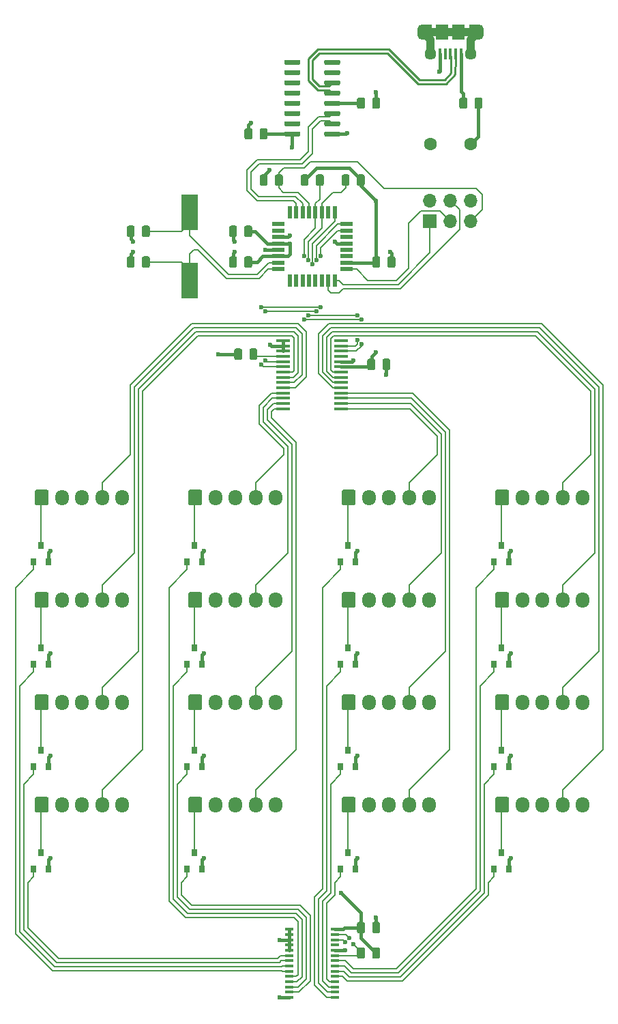
<source format=gbr>
G04 #@! TF.GenerationSoftware,KiCad,Pcbnew,(5.1.5-0-10_14)*
G04 #@! TF.CreationDate,2020-07-04T20:20:26+02:00*
G04 #@! TF.ProjectId,controller,636f6e74-726f-46c6-9c65-722e6b696361,rev?*
G04 #@! TF.SameCoordinates,Original*
G04 #@! TF.FileFunction,Copper,L1,Top*
G04 #@! TF.FilePolarity,Positive*
%FSLAX46Y46*%
G04 Gerber Fmt 4.6, Leading zero omitted, Abs format (unit mm)*
G04 Created by KiCad (PCBNEW (5.1.5-0-10_14)) date 2020-07-04 20:20:26*
%MOMM*%
%LPD*%
G04 APERTURE LIST*
%ADD10R,0.550000X1.600000*%
%ADD11R,1.600000X0.550000*%
%ADD12C,0.100000*%
%ADD13R,1.200000X1.900000*%
%ADD14O,1.200000X1.900000*%
%ADD15R,1.500000X1.900000*%
%ADD16C,1.450000*%
%ADD17R,0.400000X1.350000*%
%ADD18R,1.100000X0.400000*%
%ADD19R,0.800000X0.900000*%
%ADD20O,1.700000X1.950000*%
%ADD21R,2.000000X4.500000*%
%ADD22R,1.750000X0.450000*%
%ADD23O,1.700000X1.700000*%
%ADD24R,1.700000X1.700000*%
%ADD25C,1.600000*%
%ADD26C,0.600000*%
%ADD27C,0.400000*%
%ADD28C,0.200000*%
%ADD29C,0.250000*%
%ADD30C,1.000000*%
G04 APERTURE END LIST*
D10*
X126740000Y-73855000D03*
X127540000Y-73855000D03*
X128340000Y-73855000D03*
X129140000Y-73855000D03*
X129940000Y-73855000D03*
X130740000Y-73855000D03*
X131540000Y-73855000D03*
X132340000Y-73855000D03*
D11*
X133790000Y-75305000D03*
X133790000Y-76105000D03*
X133790000Y-76905000D03*
X133790000Y-77705000D03*
X133790000Y-78505000D03*
X133790000Y-79305000D03*
X133790000Y-80105000D03*
X133790000Y-80905000D03*
D10*
X132340000Y-82355000D03*
X131540000Y-82355000D03*
X130740000Y-82355000D03*
X129940000Y-82355000D03*
X129140000Y-82355000D03*
X128340000Y-82355000D03*
X127540000Y-82355000D03*
X126740000Y-82355000D03*
D11*
X125290000Y-80905000D03*
X125290000Y-80105000D03*
X125290000Y-79305000D03*
X125290000Y-78505000D03*
X125290000Y-77705000D03*
X125290000Y-76905000D03*
X125290000Y-76105000D03*
X125290000Y-75305000D03*
G04 #@! TA.AperFunction,SMDPad,CuDef*
D12*
G36*
X135825142Y-69151174D02*
G01*
X135848803Y-69154684D01*
X135872007Y-69160496D01*
X135894529Y-69168554D01*
X135916153Y-69178782D01*
X135936670Y-69191079D01*
X135955883Y-69205329D01*
X135973607Y-69221393D01*
X135989671Y-69239117D01*
X136003921Y-69258330D01*
X136016218Y-69278847D01*
X136026446Y-69300471D01*
X136034504Y-69322993D01*
X136040316Y-69346197D01*
X136043826Y-69369858D01*
X136045000Y-69393750D01*
X136045000Y-70306250D01*
X136043826Y-70330142D01*
X136040316Y-70353803D01*
X136034504Y-70377007D01*
X136026446Y-70399529D01*
X136016218Y-70421153D01*
X136003921Y-70441670D01*
X135989671Y-70460883D01*
X135973607Y-70478607D01*
X135955883Y-70494671D01*
X135936670Y-70508921D01*
X135916153Y-70521218D01*
X135894529Y-70531446D01*
X135872007Y-70539504D01*
X135848803Y-70545316D01*
X135825142Y-70548826D01*
X135801250Y-70550000D01*
X135313750Y-70550000D01*
X135289858Y-70548826D01*
X135266197Y-70545316D01*
X135242993Y-70539504D01*
X135220471Y-70531446D01*
X135198847Y-70521218D01*
X135178330Y-70508921D01*
X135159117Y-70494671D01*
X135141393Y-70478607D01*
X135125329Y-70460883D01*
X135111079Y-70441670D01*
X135098782Y-70421153D01*
X135088554Y-70399529D01*
X135080496Y-70377007D01*
X135074684Y-70353803D01*
X135071174Y-70330142D01*
X135070000Y-70306250D01*
X135070000Y-69393750D01*
X135071174Y-69369858D01*
X135074684Y-69346197D01*
X135080496Y-69322993D01*
X135088554Y-69300471D01*
X135098782Y-69278847D01*
X135111079Y-69258330D01*
X135125329Y-69239117D01*
X135141393Y-69221393D01*
X135159117Y-69205329D01*
X135178330Y-69191079D01*
X135198847Y-69178782D01*
X135220471Y-69168554D01*
X135242993Y-69160496D01*
X135266197Y-69154684D01*
X135289858Y-69151174D01*
X135313750Y-69150000D01*
X135801250Y-69150000D01*
X135825142Y-69151174D01*
G37*
G04 #@! TD.AperFunction*
G04 #@! TA.AperFunction,SMDPad,CuDef*
G36*
X133950142Y-69151174D02*
G01*
X133973803Y-69154684D01*
X133997007Y-69160496D01*
X134019529Y-69168554D01*
X134041153Y-69178782D01*
X134061670Y-69191079D01*
X134080883Y-69205329D01*
X134098607Y-69221393D01*
X134114671Y-69239117D01*
X134128921Y-69258330D01*
X134141218Y-69278847D01*
X134151446Y-69300471D01*
X134159504Y-69322993D01*
X134165316Y-69346197D01*
X134168826Y-69369858D01*
X134170000Y-69393750D01*
X134170000Y-70306250D01*
X134168826Y-70330142D01*
X134165316Y-70353803D01*
X134159504Y-70377007D01*
X134151446Y-70399529D01*
X134141218Y-70421153D01*
X134128921Y-70441670D01*
X134114671Y-70460883D01*
X134098607Y-70478607D01*
X134080883Y-70494671D01*
X134061670Y-70508921D01*
X134041153Y-70521218D01*
X134019529Y-70531446D01*
X133997007Y-70539504D01*
X133973803Y-70545316D01*
X133950142Y-70548826D01*
X133926250Y-70550000D01*
X133438750Y-70550000D01*
X133414858Y-70548826D01*
X133391197Y-70545316D01*
X133367993Y-70539504D01*
X133345471Y-70531446D01*
X133323847Y-70521218D01*
X133303330Y-70508921D01*
X133284117Y-70494671D01*
X133266393Y-70478607D01*
X133250329Y-70460883D01*
X133236079Y-70441670D01*
X133223782Y-70421153D01*
X133213554Y-70399529D01*
X133205496Y-70377007D01*
X133199684Y-70353803D01*
X133196174Y-70330142D01*
X133195000Y-70306250D01*
X133195000Y-69393750D01*
X133196174Y-69369858D01*
X133199684Y-69346197D01*
X133205496Y-69322993D01*
X133213554Y-69300471D01*
X133223782Y-69278847D01*
X133236079Y-69258330D01*
X133250329Y-69239117D01*
X133266393Y-69221393D01*
X133284117Y-69205329D01*
X133303330Y-69191079D01*
X133323847Y-69178782D01*
X133345471Y-69168554D01*
X133367993Y-69160496D01*
X133391197Y-69154684D01*
X133414858Y-69151174D01*
X133438750Y-69150000D01*
X133926250Y-69150000D01*
X133950142Y-69151174D01*
G37*
G04 #@! TD.AperFunction*
G04 #@! TA.AperFunction,SMDPad,CuDef*
G36*
X128870142Y-69151174D02*
G01*
X128893803Y-69154684D01*
X128917007Y-69160496D01*
X128939529Y-69168554D01*
X128961153Y-69178782D01*
X128981670Y-69191079D01*
X129000883Y-69205329D01*
X129018607Y-69221393D01*
X129034671Y-69239117D01*
X129048921Y-69258330D01*
X129061218Y-69278847D01*
X129071446Y-69300471D01*
X129079504Y-69322993D01*
X129085316Y-69346197D01*
X129088826Y-69369858D01*
X129090000Y-69393750D01*
X129090000Y-70306250D01*
X129088826Y-70330142D01*
X129085316Y-70353803D01*
X129079504Y-70377007D01*
X129071446Y-70399529D01*
X129061218Y-70421153D01*
X129048921Y-70441670D01*
X129034671Y-70460883D01*
X129018607Y-70478607D01*
X129000883Y-70494671D01*
X128981670Y-70508921D01*
X128961153Y-70521218D01*
X128939529Y-70531446D01*
X128917007Y-70539504D01*
X128893803Y-70545316D01*
X128870142Y-70548826D01*
X128846250Y-70550000D01*
X128358750Y-70550000D01*
X128334858Y-70548826D01*
X128311197Y-70545316D01*
X128287993Y-70539504D01*
X128265471Y-70531446D01*
X128243847Y-70521218D01*
X128223330Y-70508921D01*
X128204117Y-70494671D01*
X128186393Y-70478607D01*
X128170329Y-70460883D01*
X128156079Y-70441670D01*
X128143782Y-70421153D01*
X128133554Y-70399529D01*
X128125496Y-70377007D01*
X128119684Y-70353803D01*
X128116174Y-70330142D01*
X128115000Y-70306250D01*
X128115000Y-69393750D01*
X128116174Y-69369858D01*
X128119684Y-69346197D01*
X128125496Y-69322993D01*
X128133554Y-69300471D01*
X128143782Y-69278847D01*
X128156079Y-69258330D01*
X128170329Y-69239117D01*
X128186393Y-69221393D01*
X128204117Y-69205329D01*
X128223330Y-69191079D01*
X128243847Y-69178782D01*
X128265471Y-69168554D01*
X128287993Y-69160496D01*
X128311197Y-69154684D01*
X128334858Y-69151174D01*
X128358750Y-69150000D01*
X128846250Y-69150000D01*
X128870142Y-69151174D01*
G37*
G04 #@! TD.AperFunction*
G04 #@! TA.AperFunction,SMDPad,CuDef*
G36*
X130745142Y-69151174D02*
G01*
X130768803Y-69154684D01*
X130792007Y-69160496D01*
X130814529Y-69168554D01*
X130836153Y-69178782D01*
X130856670Y-69191079D01*
X130875883Y-69205329D01*
X130893607Y-69221393D01*
X130909671Y-69239117D01*
X130923921Y-69258330D01*
X130936218Y-69278847D01*
X130946446Y-69300471D01*
X130954504Y-69322993D01*
X130960316Y-69346197D01*
X130963826Y-69369858D01*
X130965000Y-69393750D01*
X130965000Y-70306250D01*
X130963826Y-70330142D01*
X130960316Y-70353803D01*
X130954504Y-70377007D01*
X130946446Y-70399529D01*
X130936218Y-70421153D01*
X130923921Y-70441670D01*
X130909671Y-70460883D01*
X130893607Y-70478607D01*
X130875883Y-70494671D01*
X130856670Y-70508921D01*
X130836153Y-70521218D01*
X130814529Y-70531446D01*
X130792007Y-70539504D01*
X130768803Y-70545316D01*
X130745142Y-70548826D01*
X130721250Y-70550000D01*
X130233750Y-70550000D01*
X130209858Y-70548826D01*
X130186197Y-70545316D01*
X130162993Y-70539504D01*
X130140471Y-70531446D01*
X130118847Y-70521218D01*
X130098330Y-70508921D01*
X130079117Y-70494671D01*
X130061393Y-70478607D01*
X130045329Y-70460883D01*
X130031079Y-70441670D01*
X130018782Y-70421153D01*
X130008554Y-70399529D01*
X130000496Y-70377007D01*
X129994684Y-70353803D01*
X129991174Y-70330142D01*
X129990000Y-70306250D01*
X129990000Y-69393750D01*
X129991174Y-69369858D01*
X129994684Y-69346197D01*
X130000496Y-69322993D01*
X130008554Y-69300471D01*
X130018782Y-69278847D01*
X130031079Y-69258330D01*
X130045329Y-69239117D01*
X130061393Y-69221393D01*
X130079117Y-69205329D01*
X130098330Y-69191079D01*
X130118847Y-69178782D01*
X130140471Y-69168554D01*
X130162993Y-69160496D01*
X130186197Y-69154684D01*
X130209858Y-69151174D01*
X130233750Y-69150000D01*
X130721250Y-69150000D01*
X130745142Y-69151174D01*
G37*
G04 #@! TD.AperFunction*
D13*
X149585000Y-51467500D03*
X143785000Y-51467500D03*
D14*
X143185000Y-51467500D03*
X150185000Y-51467500D03*
D15*
X147685000Y-51467500D03*
D16*
X144185000Y-54167500D03*
D17*
X146685000Y-54167500D03*
X146035000Y-54167500D03*
X145385000Y-54167500D03*
X147985000Y-54167500D03*
X147335000Y-54167500D03*
D16*
X149185000Y-54167500D03*
D15*
X145685000Y-51467500D03*
G04 #@! TA.AperFunction,SMDPad,CuDef*
D12*
G36*
X137730142Y-165036174D02*
G01*
X137753803Y-165039684D01*
X137777007Y-165045496D01*
X137799529Y-165053554D01*
X137821153Y-165063782D01*
X137841670Y-165076079D01*
X137860883Y-165090329D01*
X137878607Y-165106393D01*
X137894671Y-165124117D01*
X137908921Y-165143330D01*
X137921218Y-165163847D01*
X137931446Y-165185471D01*
X137939504Y-165207993D01*
X137945316Y-165231197D01*
X137948826Y-165254858D01*
X137950000Y-165278750D01*
X137950000Y-166191250D01*
X137948826Y-166215142D01*
X137945316Y-166238803D01*
X137939504Y-166262007D01*
X137931446Y-166284529D01*
X137921218Y-166306153D01*
X137908921Y-166326670D01*
X137894671Y-166345883D01*
X137878607Y-166363607D01*
X137860883Y-166379671D01*
X137841670Y-166393921D01*
X137821153Y-166406218D01*
X137799529Y-166416446D01*
X137777007Y-166424504D01*
X137753803Y-166430316D01*
X137730142Y-166433826D01*
X137706250Y-166435000D01*
X137218750Y-166435000D01*
X137194858Y-166433826D01*
X137171197Y-166430316D01*
X137147993Y-166424504D01*
X137125471Y-166416446D01*
X137103847Y-166406218D01*
X137083330Y-166393921D01*
X137064117Y-166379671D01*
X137046393Y-166363607D01*
X137030329Y-166345883D01*
X137016079Y-166326670D01*
X137003782Y-166306153D01*
X136993554Y-166284529D01*
X136985496Y-166262007D01*
X136979684Y-166238803D01*
X136976174Y-166215142D01*
X136975000Y-166191250D01*
X136975000Y-165278750D01*
X136976174Y-165254858D01*
X136979684Y-165231197D01*
X136985496Y-165207993D01*
X136993554Y-165185471D01*
X137003782Y-165163847D01*
X137016079Y-165143330D01*
X137030329Y-165124117D01*
X137046393Y-165106393D01*
X137064117Y-165090329D01*
X137083330Y-165076079D01*
X137103847Y-165063782D01*
X137125471Y-165053554D01*
X137147993Y-165045496D01*
X137171197Y-165039684D01*
X137194858Y-165036174D01*
X137218750Y-165035000D01*
X137706250Y-165035000D01*
X137730142Y-165036174D01*
G37*
G04 #@! TD.AperFunction*
G04 #@! TA.AperFunction,SMDPad,CuDef*
G36*
X135855142Y-165036174D02*
G01*
X135878803Y-165039684D01*
X135902007Y-165045496D01*
X135924529Y-165053554D01*
X135946153Y-165063782D01*
X135966670Y-165076079D01*
X135985883Y-165090329D01*
X136003607Y-165106393D01*
X136019671Y-165124117D01*
X136033921Y-165143330D01*
X136046218Y-165163847D01*
X136056446Y-165185471D01*
X136064504Y-165207993D01*
X136070316Y-165231197D01*
X136073826Y-165254858D01*
X136075000Y-165278750D01*
X136075000Y-166191250D01*
X136073826Y-166215142D01*
X136070316Y-166238803D01*
X136064504Y-166262007D01*
X136056446Y-166284529D01*
X136046218Y-166306153D01*
X136033921Y-166326670D01*
X136019671Y-166345883D01*
X136003607Y-166363607D01*
X135985883Y-166379671D01*
X135966670Y-166393921D01*
X135946153Y-166406218D01*
X135924529Y-166416446D01*
X135902007Y-166424504D01*
X135878803Y-166430316D01*
X135855142Y-166433826D01*
X135831250Y-166435000D01*
X135343750Y-166435000D01*
X135319858Y-166433826D01*
X135296197Y-166430316D01*
X135272993Y-166424504D01*
X135250471Y-166416446D01*
X135228847Y-166406218D01*
X135208330Y-166393921D01*
X135189117Y-166379671D01*
X135171393Y-166363607D01*
X135155329Y-166345883D01*
X135141079Y-166326670D01*
X135128782Y-166306153D01*
X135118554Y-166284529D01*
X135110496Y-166262007D01*
X135104684Y-166238803D01*
X135101174Y-166215142D01*
X135100000Y-166191250D01*
X135100000Y-165278750D01*
X135101174Y-165254858D01*
X135104684Y-165231197D01*
X135110496Y-165207993D01*
X135118554Y-165185471D01*
X135128782Y-165163847D01*
X135141079Y-165143330D01*
X135155329Y-165124117D01*
X135171393Y-165106393D01*
X135189117Y-165090329D01*
X135208330Y-165076079D01*
X135228847Y-165063782D01*
X135250471Y-165053554D01*
X135272993Y-165045496D01*
X135296197Y-165039684D01*
X135319858Y-165036174D01*
X135343750Y-165035000D01*
X135831250Y-165035000D01*
X135855142Y-165036174D01*
G37*
G04 #@! TD.AperFunction*
G04 #@! TA.AperFunction,SMDPad,CuDef*
G36*
X137730142Y-161861174D02*
G01*
X137753803Y-161864684D01*
X137777007Y-161870496D01*
X137799529Y-161878554D01*
X137821153Y-161888782D01*
X137841670Y-161901079D01*
X137860883Y-161915329D01*
X137878607Y-161931393D01*
X137894671Y-161949117D01*
X137908921Y-161968330D01*
X137921218Y-161988847D01*
X137931446Y-162010471D01*
X137939504Y-162032993D01*
X137945316Y-162056197D01*
X137948826Y-162079858D01*
X137950000Y-162103750D01*
X137950000Y-163016250D01*
X137948826Y-163040142D01*
X137945316Y-163063803D01*
X137939504Y-163087007D01*
X137931446Y-163109529D01*
X137921218Y-163131153D01*
X137908921Y-163151670D01*
X137894671Y-163170883D01*
X137878607Y-163188607D01*
X137860883Y-163204671D01*
X137841670Y-163218921D01*
X137821153Y-163231218D01*
X137799529Y-163241446D01*
X137777007Y-163249504D01*
X137753803Y-163255316D01*
X137730142Y-163258826D01*
X137706250Y-163260000D01*
X137218750Y-163260000D01*
X137194858Y-163258826D01*
X137171197Y-163255316D01*
X137147993Y-163249504D01*
X137125471Y-163241446D01*
X137103847Y-163231218D01*
X137083330Y-163218921D01*
X137064117Y-163204671D01*
X137046393Y-163188607D01*
X137030329Y-163170883D01*
X137016079Y-163151670D01*
X137003782Y-163131153D01*
X136993554Y-163109529D01*
X136985496Y-163087007D01*
X136979684Y-163063803D01*
X136976174Y-163040142D01*
X136975000Y-163016250D01*
X136975000Y-162103750D01*
X136976174Y-162079858D01*
X136979684Y-162056197D01*
X136985496Y-162032993D01*
X136993554Y-162010471D01*
X137003782Y-161988847D01*
X137016079Y-161968330D01*
X137030329Y-161949117D01*
X137046393Y-161931393D01*
X137064117Y-161915329D01*
X137083330Y-161901079D01*
X137103847Y-161888782D01*
X137125471Y-161878554D01*
X137147993Y-161870496D01*
X137171197Y-161864684D01*
X137194858Y-161861174D01*
X137218750Y-161860000D01*
X137706250Y-161860000D01*
X137730142Y-161861174D01*
G37*
G04 #@! TD.AperFunction*
G04 #@! TA.AperFunction,SMDPad,CuDef*
G36*
X135855142Y-161861174D02*
G01*
X135878803Y-161864684D01*
X135902007Y-161870496D01*
X135924529Y-161878554D01*
X135946153Y-161888782D01*
X135966670Y-161901079D01*
X135985883Y-161915329D01*
X136003607Y-161931393D01*
X136019671Y-161949117D01*
X136033921Y-161968330D01*
X136046218Y-161988847D01*
X136056446Y-162010471D01*
X136064504Y-162032993D01*
X136070316Y-162056197D01*
X136073826Y-162079858D01*
X136075000Y-162103750D01*
X136075000Y-163016250D01*
X136073826Y-163040142D01*
X136070316Y-163063803D01*
X136064504Y-163087007D01*
X136056446Y-163109529D01*
X136046218Y-163131153D01*
X136033921Y-163151670D01*
X136019671Y-163170883D01*
X136003607Y-163188607D01*
X135985883Y-163204671D01*
X135966670Y-163218921D01*
X135946153Y-163231218D01*
X135924529Y-163241446D01*
X135902007Y-163249504D01*
X135878803Y-163255316D01*
X135855142Y-163258826D01*
X135831250Y-163260000D01*
X135343750Y-163260000D01*
X135319858Y-163258826D01*
X135296197Y-163255316D01*
X135272993Y-163249504D01*
X135250471Y-163241446D01*
X135228847Y-163231218D01*
X135208330Y-163218921D01*
X135189117Y-163204671D01*
X135171393Y-163188607D01*
X135155329Y-163170883D01*
X135141079Y-163151670D01*
X135128782Y-163131153D01*
X135118554Y-163109529D01*
X135110496Y-163087007D01*
X135104684Y-163063803D01*
X135101174Y-163040142D01*
X135100000Y-163016250D01*
X135100000Y-162103750D01*
X135101174Y-162079858D01*
X135104684Y-162056197D01*
X135110496Y-162032993D01*
X135118554Y-162010471D01*
X135128782Y-161988847D01*
X135141079Y-161968330D01*
X135155329Y-161949117D01*
X135171393Y-161931393D01*
X135189117Y-161915329D01*
X135208330Y-161901079D01*
X135228847Y-161888782D01*
X135250471Y-161878554D01*
X135272993Y-161870496D01*
X135296197Y-161864684D01*
X135319858Y-161861174D01*
X135343750Y-161860000D01*
X135831250Y-161860000D01*
X135855142Y-161861174D01*
G37*
G04 #@! TD.AperFunction*
D18*
X132390000Y-162780000D03*
X132390000Y-163430000D03*
X132390000Y-164080000D03*
X132390000Y-164730000D03*
X132390000Y-165380000D03*
X132390000Y-166030000D03*
X132390000Y-166680000D03*
X132390000Y-167330000D03*
X132390000Y-167980000D03*
X132390000Y-168630000D03*
X132390000Y-169280000D03*
X132390000Y-169930000D03*
X132390000Y-170580000D03*
X132390000Y-171230000D03*
X126690000Y-171230000D03*
X126690000Y-170580000D03*
X126690000Y-169930000D03*
X126690000Y-169280000D03*
X126690000Y-168630000D03*
X126690000Y-167980000D03*
X126690000Y-167330000D03*
X126690000Y-166680000D03*
X126690000Y-166030000D03*
X126690000Y-165380000D03*
X126690000Y-164730000D03*
X126690000Y-164080000D03*
X126690000Y-163430000D03*
X126690000Y-162780000D03*
D19*
X153035000Y-115205000D03*
X153985000Y-117205000D03*
X152085000Y-117205000D03*
X153035000Y-127905000D03*
X153985000Y-129905000D03*
X152085000Y-129905000D03*
X153035000Y-140605000D03*
X153985000Y-142605000D03*
X152085000Y-142605000D03*
X153035000Y-153305000D03*
X153985000Y-155305000D03*
X152085000Y-155305000D03*
X133985000Y-153305000D03*
X134935000Y-155305000D03*
X133035000Y-155305000D03*
X133985000Y-140605000D03*
X134935000Y-142605000D03*
X133035000Y-142605000D03*
X133985000Y-127905000D03*
X134935000Y-129905000D03*
X133035000Y-129905000D03*
X133985000Y-115205000D03*
X134935000Y-117205000D03*
X133035000Y-117205000D03*
X114935000Y-153305000D03*
X115885000Y-155305000D03*
X113985000Y-155305000D03*
X114935000Y-140605000D03*
X115885000Y-142605000D03*
X113985000Y-142605000D03*
X114935000Y-127905000D03*
X115885000Y-129905000D03*
X113985000Y-129905000D03*
X114935000Y-115205000D03*
X115885000Y-117205000D03*
X113985000Y-117205000D03*
X95885000Y-115205000D03*
X96835000Y-117205000D03*
X94935000Y-117205000D03*
X95885000Y-127905000D03*
X96835000Y-129905000D03*
X94935000Y-129905000D03*
X95885000Y-140605000D03*
X96835000Y-142605000D03*
X94935000Y-142605000D03*
D20*
X163115000Y-109220000D03*
X160615000Y-109220000D03*
X158115000Y-109220000D03*
X155615000Y-109220000D03*
G04 #@! TA.AperFunction,ComponentPad*
D12*
G36*
X153739504Y-108246204D02*
G01*
X153763773Y-108249804D01*
X153787571Y-108255765D01*
X153810671Y-108264030D01*
X153832849Y-108274520D01*
X153853893Y-108287133D01*
X153873598Y-108301747D01*
X153891777Y-108318223D01*
X153908253Y-108336402D01*
X153922867Y-108356107D01*
X153935480Y-108377151D01*
X153945970Y-108399329D01*
X153954235Y-108422429D01*
X153960196Y-108446227D01*
X153963796Y-108470496D01*
X153965000Y-108495000D01*
X153965000Y-109945000D01*
X153963796Y-109969504D01*
X153960196Y-109993773D01*
X153954235Y-110017571D01*
X153945970Y-110040671D01*
X153935480Y-110062849D01*
X153922867Y-110083893D01*
X153908253Y-110103598D01*
X153891777Y-110121777D01*
X153873598Y-110138253D01*
X153853893Y-110152867D01*
X153832849Y-110165480D01*
X153810671Y-110175970D01*
X153787571Y-110184235D01*
X153763773Y-110190196D01*
X153739504Y-110193796D01*
X153715000Y-110195000D01*
X152515000Y-110195000D01*
X152490496Y-110193796D01*
X152466227Y-110190196D01*
X152442429Y-110184235D01*
X152419329Y-110175970D01*
X152397151Y-110165480D01*
X152376107Y-110152867D01*
X152356402Y-110138253D01*
X152338223Y-110121777D01*
X152321747Y-110103598D01*
X152307133Y-110083893D01*
X152294520Y-110062849D01*
X152284030Y-110040671D01*
X152275765Y-110017571D01*
X152269804Y-109993773D01*
X152266204Y-109969504D01*
X152265000Y-109945000D01*
X152265000Y-108495000D01*
X152266204Y-108470496D01*
X152269804Y-108446227D01*
X152275765Y-108422429D01*
X152284030Y-108399329D01*
X152294520Y-108377151D01*
X152307133Y-108356107D01*
X152321747Y-108336402D01*
X152338223Y-108318223D01*
X152356402Y-108301747D01*
X152376107Y-108287133D01*
X152397151Y-108274520D01*
X152419329Y-108264030D01*
X152442429Y-108255765D01*
X152466227Y-108249804D01*
X152490496Y-108246204D01*
X152515000Y-108245000D01*
X153715000Y-108245000D01*
X153739504Y-108246204D01*
G37*
G04 #@! TD.AperFunction*
D20*
X163115000Y-121920000D03*
X160615000Y-121920000D03*
X158115000Y-121920000D03*
X155615000Y-121920000D03*
G04 #@! TA.AperFunction,ComponentPad*
D12*
G36*
X153739504Y-120946204D02*
G01*
X153763773Y-120949804D01*
X153787571Y-120955765D01*
X153810671Y-120964030D01*
X153832849Y-120974520D01*
X153853893Y-120987133D01*
X153873598Y-121001747D01*
X153891777Y-121018223D01*
X153908253Y-121036402D01*
X153922867Y-121056107D01*
X153935480Y-121077151D01*
X153945970Y-121099329D01*
X153954235Y-121122429D01*
X153960196Y-121146227D01*
X153963796Y-121170496D01*
X153965000Y-121195000D01*
X153965000Y-122645000D01*
X153963796Y-122669504D01*
X153960196Y-122693773D01*
X153954235Y-122717571D01*
X153945970Y-122740671D01*
X153935480Y-122762849D01*
X153922867Y-122783893D01*
X153908253Y-122803598D01*
X153891777Y-122821777D01*
X153873598Y-122838253D01*
X153853893Y-122852867D01*
X153832849Y-122865480D01*
X153810671Y-122875970D01*
X153787571Y-122884235D01*
X153763773Y-122890196D01*
X153739504Y-122893796D01*
X153715000Y-122895000D01*
X152515000Y-122895000D01*
X152490496Y-122893796D01*
X152466227Y-122890196D01*
X152442429Y-122884235D01*
X152419329Y-122875970D01*
X152397151Y-122865480D01*
X152376107Y-122852867D01*
X152356402Y-122838253D01*
X152338223Y-122821777D01*
X152321747Y-122803598D01*
X152307133Y-122783893D01*
X152294520Y-122762849D01*
X152284030Y-122740671D01*
X152275765Y-122717571D01*
X152269804Y-122693773D01*
X152266204Y-122669504D01*
X152265000Y-122645000D01*
X152265000Y-121195000D01*
X152266204Y-121170496D01*
X152269804Y-121146227D01*
X152275765Y-121122429D01*
X152284030Y-121099329D01*
X152294520Y-121077151D01*
X152307133Y-121056107D01*
X152321747Y-121036402D01*
X152338223Y-121018223D01*
X152356402Y-121001747D01*
X152376107Y-120987133D01*
X152397151Y-120974520D01*
X152419329Y-120964030D01*
X152442429Y-120955765D01*
X152466227Y-120949804D01*
X152490496Y-120946204D01*
X152515000Y-120945000D01*
X153715000Y-120945000D01*
X153739504Y-120946204D01*
G37*
G04 #@! TD.AperFunction*
D20*
X163115000Y-134620000D03*
X160615000Y-134620000D03*
X158115000Y-134620000D03*
X155615000Y-134620000D03*
G04 #@! TA.AperFunction,ComponentPad*
D12*
G36*
X153739504Y-133646204D02*
G01*
X153763773Y-133649804D01*
X153787571Y-133655765D01*
X153810671Y-133664030D01*
X153832849Y-133674520D01*
X153853893Y-133687133D01*
X153873598Y-133701747D01*
X153891777Y-133718223D01*
X153908253Y-133736402D01*
X153922867Y-133756107D01*
X153935480Y-133777151D01*
X153945970Y-133799329D01*
X153954235Y-133822429D01*
X153960196Y-133846227D01*
X153963796Y-133870496D01*
X153965000Y-133895000D01*
X153965000Y-135345000D01*
X153963796Y-135369504D01*
X153960196Y-135393773D01*
X153954235Y-135417571D01*
X153945970Y-135440671D01*
X153935480Y-135462849D01*
X153922867Y-135483893D01*
X153908253Y-135503598D01*
X153891777Y-135521777D01*
X153873598Y-135538253D01*
X153853893Y-135552867D01*
X153832849Y-135565480D01*
X153810671Y-135575970D01*
X153787571Y-135584235D01*
X153763773Y-135590196D01*
X153739504Y-135593796D01*
X153715000Y-135595000D01*
X152515000Y-135595000D01*
X152490496Y-135593796D01*
X152466227Y-135590196D01*
X152442429Y-135584235D01*
X152419329Y-135575970D01*
X152397151Y-135565480D01*
X152376107Y-135552867D01*
X152356402Y-135538253D01*
X152338223Y-135521777D01*
X152321747Y-135503598D01*
X152307133Y-135483893D01*
X152294520Y-135462849D01*
X152284030Y-135440671D01*
X152275765Y-135417571D01*
X152269804Y-135393773D01*
X152266204Y-135369504D01*
X152265000Y-135345000D01*
X152265000Y-133895000D01*
X152266204Y-133870496D01*
X152269804Y-133846227D01*
X152275765Y-133822429D01*
X152284030Y-133799329D01*
X152294520Y-133777151D01*
X152307133Y-133756107D01*
X152321747Y-133736402D01*
X152338223Y-133718223D01*
X152356402Y-133701747D01*
X152376107Y-133687133D01*
X152397151Y-133674520D01*
X152419329Y-133664030D01*
X152442429Y-133655765D01*
X152466227Y-133649804D01*
X152490496Y-133646204D01*
X152515000Y-133645000D01*
X153715000Y-133645000D01*
X153739504Y-133646204D01*
G37*
G04 #@! TD.AperFunction*
D20*
X163115000Y-147320000D03*
X160615000Y-147320000D03*
X158115000Y-147320000D03*
X155615000Y-147320000D03*
G04 #@! TA.AperFunction,ComponentPad*
D12*
G36*
X153739504Y-146346204D02*
G01*
X153763773Y-146349804D01*
X153787571Y-146355765D01*
X153810671Y-146364030D01*
X153832849Y-146374520D01*
X153853893Y-146387133D01*
X153873598Y-146401747D01*
X153891777Y-146418223D01*
X153908253Y-146436402D01*
X153922867Y-146456107D01*
X153935480Y-146477151D01*
X153945970Y-146499329D01*
X153954235Y-146522429D01*
X153960196Y-146546227D01*
X153963796Y-146570496D01*
X153965000Y-146595000D01*
X153965000Y-148045000D01*
X153963796Y-148069504D01*
X153960196Y-148093773D01*
X153954235Y-148117571D01*
X153945970Y-148140671D01*
X153935480Y-148162849D01*
X153922867Y-148183893D01*
X153908253Y-148203598D01*
X153891777Y-148221777D01*
X153873598Y-148238253D01*
X153853893Y-148252867D01*
X153832849Y-148265480D01*
X153810671Y-148275970D01*
X153787571Y-148284235D01*
X153763773Y-148290196D01*
X153739504Y-148293796D01*
X153715000Y-148295000D01*
X152515000Y-148295000D01*
X152490496Y-148293796D01*
X152466227Y-148290196D01*
X152442429Y-148284235D01*
X152419329Y-148275970D01*
X152397151Y-148265480D01*
X152376107Y-148252867D01*
X152356402Y-148238253D01*
X152338223Y-148221777D01*
X152321747Y-148203598D01*
X152307133Y-148183893D01*
X152294520Y-148162849D01*
X152284030Y-148140671D01*
X152275765Y-148117571D01*
X152269804Y-148093773D01*
X152266204Y-148069504D01*
X152265000Y-148045000D01*
X152265000Y-146595000D01*
X152266204Y-146570496D01*
X152269804Y-146546227D01*
X152275765Y-146522429D01*
X152284030Y-146499329D01*
X152294520Y-146477151D01*
X152307133Y-146456107D01*
X152321747Y-146436402D01*
X152338223Y-146418223D01*
X152356402Y-146401747D01*
X152376107Y-146387133D01*
X152397151Y-146374520D01*
X152419329Y-146364030D01*
X152442429Y-146355765D01*
X152466227Y-146349804D01*
X152490496Y-146346204D01*
X152515000Y-146345000D01*
X153715000Y-146345000D01*
X153739504Y-146346204D01*
G37*
G04 #@! TD.AperFunction*
D20*
X144065000Y-147320000D03*
X141565000Y-147320000D03*
X139065000Y-147320000D03*
X136565000Y-147320000D03*
G04 #@! TA.AperFunction,ComponentPad*
D12*
G36*
X134689504Y-146346204D02*
G01*
X134713773Y-146349804D01*
X134737571Y-146355765D01*
X134760671Y-146364030D01*
X134782849Y-146374520D01*
X134803893Y-146387133D01*
X134823598Y-146401747D01*
X134841777Y-146418223D01*
X134858253Y-146436402D01*
X134872867Y-146456107D01*
X134885480Y-146477151D01*
X134895970Y-146499329D01*
X134904235Y-146522429D01*
X134910196Y-146546227D01*
X134913796Y-146570496D01*
X134915000Y-146595000D01*
X134915000Y-148045000D01*
X134913796Y-148069504D01*
X134910196Y-148093773D01*
X134904235Y-148117571D01*
X134895970Y-148140671D01*
X134885480Y-148162849D01*
X134872867Y-148183893D01*
X134858253Y-148203598D01*
X134841777Y-148221777D01*
X134823598Y-148238253D01*
X134803893Y-148252867D01*
X134782849Y-148265480D01*
X134760671Y-148275970D01*
X134737571Y-148284235D01*
X134713773Y-148290196D01*
X134689504Y-148293796D01*
X134665000Y-148295000D01*
X133465000Y-148295000D01*
X133440496Y-148293796D01*
X133416227Y-148290196D01*
X133392429Y-148284235D01*
X133369329Y-148275970D01*
X133347151Y-148265480D01*
X133326107Y-148252867D01*
X133306402Y-148238253D01*
X133288223Y-148221777D01*
X133271747Y-148203598D01*
X133257133Y-148183893D01*
X133244520Y-148162849D01*
X133234030Y-148140671D01*
X133225765Y-148117571D01*
X133219804Y-148093773D01*
X133216204Y-148069504D01*
X133215000Y-148045000D01*
X133215000Y-146595000D01*
X133216204Y-146570496D01*
X133219804Y-146546227D01*
X133225765Y-146522429D01*
X133234030Y-146499329D01*
X133244520Y-146477151D01*
X133257133Y-146456107D01*
X133271747Y-146436402D01*
X133288223Y-146418223D01*
X133306402Y-146401747D01*
X133326107Y-146387133D01*
X133347151Y-146374520D01*
X133369329Y-146364030D01*
X133392429Y-146355765D01*
X133416227Y-146349804D01*
X133440496Y-146346204D01*
X133465000Y-146345000D01*
X134665000Y-146345000D01*
X134689504Y-146346204D01*
G37*
G04 #@! TD.AperFunction*
D20*
X144065000Y-134620000D03*
X141565000Y-134620000D03*
X139065000Y-134620000D03*
X136565000Y-134620000D03*
G04 #@! TA.AperFunction,ComponentPad*
D12*
G36*
X134689504Y-133646204D02*
G01*
X134713773Y-133649804D01*
X134737571Y-133655765D01*
X134760671Y-133664030D01*
X134782849Y-133674520D01*
X134803893Y-133687133D01*
X134823598Y-133701747D01*
X134841777Y-133718223D01*
X134858253Y-133736402D01*
X134872867Y-133756107D01*
X134885480Y-133777151D01*
X134895970Y-133799329D01*
X134904235Y-133822429D01*
X134910196Y-133846227D01*
X134913796Y-133870496D01*
X134915000Y-133895000D01*
X134915000Y-135345000D01*
X134913796Y-135369504D01*
X134910196Y-135393773D01*
X134904235Y-135417571D01*
X134895970Y-135440671D01*
X134885480Y-135462849D01*
X134872867Y-135483893D01*
X134858253Y-135503598D01*
X134841777Y-135521777D01*
X134823598Y-135538253D01*
X134803893Y-135552867D01*
X134782849Y-135565480D01*
X134760671Y-135575970D01*
X134737571Y-135584235D01*
X134713773Y-135590196D01*
X134689504Y-135593796D01*
X134665000Y-135595000D01*
X133465000Y-135595000D01*
X133440496Y-135593796D01*
X133416227Y-135590196D01*
X133392429Y-135584235D01*
X133369329Y-135575970D01*
X133347151Y-135565480D01*
X133326107Y-135552867D01*
X133306402Y-135538253D01*
X133288223Y-135521777D01*
X133271747Y-135503598D01*
X133257133Y-135483893D01*
X133244520Y-135462849D01*
X133234030Y-135440671D01*
X133225765Y-135417571D01*
X133219804Y-135393773D01*
X133216204Y-135369504D01*
X133215000Y-135345000D01*
X133215000Y-133895000D01*
X133216204Y-133870496D01*
X133219804Y-133846227D01*
X133225765Y-133822429D01*
X133234030Y-133799329D01*
X133244520Y-133777151D01*
X133257133Y-133756107D01*
X133271747Y-133736402D01*
X133288223Y-133718223D01*
X133306402Y-133701747D01*
X133326107Y-133687133D01*
X133347151Y-133674520D01*
X133369329Y-133664030D01*
X133392429Y-133655765D01*
X133416227Y-133649804D01*
X133440496Y-133646204D01*
X133465000Y-133645000D01*
X134665000Y-133645000D01*
X134689504Y-133646204D01*
G37*
G04 #@! TD.AperFunction*
D20*
X144065000Y-121920000D03*
X141565000Y-121920000D03*
X139065000Y-121920000D03*
X136565000Y-121920000D03*
G04 #@! TA.AperFunction,ComponentPad*
D12*
G36*
X134689504Y-120946204D02*
G01*
X134713773Y-120949804D01*
X134737571Y-120955765D01*
X134760671Y-120964030D01*
X134782849Y-120974520D01*
X134803893Y-120987133D01*
X134823598Y-121001747D01*
X134841777Y-121018223D01*
X134858253Y-121036402D01*
X134872867Y-121056107D01*
X134885480Y-121077151D01*
X134895970Y-121099329D01*
X134904235Y-121122429D01*
X134910196Y-121146227D01*
X134913796Y-121170496D01*
X134915000Y-121195000D01*
X134915000Y-122645000D01*
X134913796Y-122669504D01*
X134910196Y-122693773D01*
X134904235Y-122717571D01*
X134895970Y-122740671D01*
X134885480Y-122762849D01*
X134872867Y-122783893D01*
X134858253Y-122803598D01*
X134841777Y-122821777D01*
X134823598Y-122838253D01*
X134803893Y-122852867D01*
X134782849Y-122865480D01*
X134760671Y-122875970D01*
X134737571Y-122884235D01*
X134713773Y-122890196D01*
X134689504Y-122893796D01*
X134665000Y-122895000D01*
X133465000Y-122895000D01*
X133440496Y-122893796D01*
X133416227Y-122890196D01*
X133392429Y-122884235D01*
X133369329Y-122875970D01*
X133347151Y-122865480D01*
X133326107Y-122852867D01*
X133306402Y-122838253D01*
X133288223Y-122821777D01*
X133271747Y-122803598D01*
X133257133Y-122783893D01*
X133244520Y-122762849D01*
X133234030Y-122740671D01*
X133225765Y-122717571D01*
X133219804Y-122693773D01*
X133216204Y-122669504D01*
X133215000Y-122645000D01*
X133215000Y-121195000D01*
X133216204Y-121170496D01*
X133219804Y-121146227D01*
X133225765Y-121122429D01*
X133234030Y-121099329D01*
X133244520Y-121077151D01*
X133257133Y-121056107D01*
X133271747Y-121036402D01*
X133288223Y-121018223D01*
X133306402Y-121001747D01*
X133326107Y-120987133D01*
X133347151Y-120974520D01*
X133369329Y-120964030D01*
X133392429Y-120955765D01*
X133416227Y-120949804D01*
X133440496Y-120946204D01*
X133465000Y-120945000D01*
X134665000Y-120945000D01*
X134689504Y-120946204D01*
G37*
G04 #@! TD.AperFunction*
D20*
X144065000Y-109220000D03*
X141565000Y-109220000D03*
X139065000Y-109220000D03*
X136565000Y-109220000D03*
G04 #@! TA.AperFunction,ComponentPad*
D12*
G36*
X134689504Y-108246204D02*
G01*
X134713773Y-108249804D01*
X134737571Y-108255765D01*
X134760671Y-108264030D01*
X134782849Y-108274520D01*
X134803893Y-108287133D01*
X134823598Y-108301747D01*
X134841777Y-108318223D01*
X134858253Y-108336402D01*
X134872867Y-108356107D01*
X134885480Y-108377151D01*
X134895970Y-108399329D01*
X134904235Y-108422429D01*
X134910196Y-108446227D01*
X134913796Y-108470496D01*
X134915000Y-108495000D01*
X134915000Y-109945000D01*
X134913796Y-109969504D01*
X134910196Y-109993773D01*
X134904235Y-110017571D01*
X134895970Y-110040671D01*
X134885480Y-110062849D01*
X134872867Y-110083893D01*
X134858253Y-110103598D01*
X134841777Y-110121777D01*
X134823598Y-110138253D01*
X134803893Y-110152867D01*
X134782849Y-110165480D01*
X134760671Y-110175970D01*
X134737571Y-110184235D01*
X134713773Y-110190196D01*
X134689504Y-110193796D01*
X134665000Y-110195000D01*
X133465000Y-110195000D01*
X133440496Y-110193796D01*
X133416227Y-110190196D01*
X133392429Y-110184235D01*
X133369329Y-110175970D01*
X133347151Y-110165480D01*
X133326107Y-110152867D01*
X133306402Y-110138253D01*
X133288223Y-110121777D01*
X133271747Y-110103598D01*
X133257133Y-110083893D01*
X133244520Y-110062849D01*
X133234030Y-110040671D01*
X133225765Y-110017571D01*
X133219804Y-109993773D01*
X133216204Y-109969504D01*
X133215000Y-109945000D01*
X133215000Y-108495000D01*
X133216204Y-108470496D01*
X133219804Y-108446227D01*
X133225765Y-108422429D01*
X133234030Y-108399329D01*
X133244520Y-108377151D01*
X133257133Y-108356107D01*
X133271747Y-108336402D01*
X133288223Y-108318223D01*
X133306402Y-108301747D01*
X133326107Y-108287133D01*
X133347151Y-108274520D01*
X133369329Y-108264030D01*
X133392429Y-108255765D01*
X133416227Y-108249804D01*
X133440496Y-108246204D01*
X133465000Y-108245000D01*
X134665000Y-108245000D01*
X134689504Y-108246204D01*
G37*
G04 #@! TD.AperFunction*
D20*
X125015000Y-147320000D03*
X122515000Y-147320000D03*
X120015000Y-147320000D03*
X117515000Y-147320000D03*
G04 #@! TA.AperFunction,ComponentPad*
D12*
G36*
X115639504Y-146346204D02*
G01*
X115663773Y-146349804D01*
X115687571Y-146355765D01*
X115710671Y-146364030D01*
X115732849Y-146374520D01*
X115753893Y-146387133D01*
X115773598Y-146401747D01*
X115791777Y-146418223D01*
X115808253Y-146436402D01*
X115822867Y-146456107D01*
X115835480Y-146477151D01*
X115845970Y-146499329D01*
X115854235Y-146522429D01*
X115860196Y-146546227D01*
X115863796Y-146570496D01*
X115865000Y-146595000D01*
X115865000Y-148045000D01*
X115863796Y-148069504D01*
X115860196Y-148093773D01*
X115854235Y-148117571D01*
X115845970Y-148140671D01*
X115835480Y-148162849D01*
X115822867Y-148183893D01*
X115808253Y-148203598D01*
X115791777Y-148221777D01*
X115773598Y-148238253D01*
X115753893Y-148252867D01*
X115732849Y-148265480D01*
X115710671Y-148275970D01*
X115687571Y-148284235D01*
X115663773Y-148290196D01*
X115639504Y-148293796D01*
X115615000Y-148295000D01*
X114415000Y-148295000D01*
X114390496Y-148293796D01*
X114366227Y-148290196D01*
X114342429Y-148284235D01*
X114319329Y-148275970D01*
X114297151Y-148265480D01*
X114276107Y-148252867D01*
X114256402Y-148238253D01*
X114238223Y-148221777D01*
X114221747Y-148203598D01*
X114207133Y-148183893D01*
X114194520Y-148162849D01*
X114184030Y-148140671D01*
X114175765Y-148117571D01*
X114169804Y-148093773D01*
X114166204Y-148069504D01*
X114165000Y-148045000D01*
X114165000Y-146595000D01*
X114166204Y-146570496D01*
X114169804Y-146546227D01*
X114175765Y-146522429D01*
X114184030Y-146499329D01*
X114194520Y-146477151D01*
X114207133Y-146456107D01*
X114221747Y-146436402D01*
X114238223Y-146418223D01*
X114256402Y-146401747D01*
X114276107Y-146387133D01*
X114297151Y-146374520D01*
X114319329Y-146364030D01*
X114342429Y-146355765D01*
X114366227Y-146349804D01*
X114390496Y-146346204D01*
X114415000Y-146345000D01*
X115615000Y-146345000D01*
X115639504Y-146346204D01*
G37*
G04 #@! TD.AperFunction*
D20*
X125015000Y-134620000D03*
X122515000Y-134620000D03*
X120015000Y-134620000D03*
X117515000Y-134620000D03*
G04 #@! TA.AperFunction,ComponentPad*
D12*
G36*
X115639504Y-133646204D02*
G01*
X115663773Y-133649804D01*
X115687571Y-133655765D01*
X115710671Y-133664030D01*
X115732849Y-133674520D01*
X115753893Y-133687133D01*
X115773598Y-133701747D01*
X115791777Y-133718223D01*
X115808253Y-133736402D01*
X115822867Y-133756107D01*
X115835480Y-133777151D01*
X115845970Y-133799329D01*
X115854235Y-133822429D01*
X115860196Y-133846227D01*
X115863796Y-133870496D01*
X115865000Y-133895000D01*
X115865000Y-135345000D01*
X115863796Y-135369504D01*
X115860196Y-135393773D01*
X115854235Y-135417571D01*
X115845970Y-135440671D01*
X115835480Y-135462849D01*
X115822867Y-135483893D01*
X115808253Y-135503598D01*
X115791777Y-135521777D01*
X115773598Y-135538253D01*
X115753893Y-135552867D01*
X115732849Y-135565480D01*
X115710671Y-135575970D01*
X115687571Y-135584235D01*
X115663773Y-135590196D01*
X115639504Y-135593796D01*
X115615000Y-135595000D01*
X114415000Y-135595000D01*
X114390496Y-135593796D01*
X114366227Y-135590196D01*
X114342429Y-135584235D01*
X114319329Y-135575970D01*
X114297151Y-135565480D01*
X114276107Y-135552867D01*
X114256402Y-135538253D01*
X114238223Y-135521777D01*
X114221747Y-135503598D01*
X114207133Y-135483893D01*
X114194520Y-135462849D01*
X114184030Y-135440671D01*
X114175765Y-135417571D01*
X114169804Y-135393773D01*
X114166204Y-135369504D01*
X114165000Y-135345000D01*
X114165000Y-133895000D01*
X114166204Y-133870496D01*
X114169804Y-133846227D01*
X114175765Y-133822429D01*
X114184030Y-133799329D01*
X114194520Y-133777151D01*
X114207133Y-133756107D01*
X114221747Y-133736402D01*
X114238223Y-133718223D01*
X114256402Y-133701747D01*
X114276107Y-133687133D01*
X114297151Y-133674520D01*
X114319329Y-133664030D01*
X114342429Y-133655765D01*
X114366227Y-133649804D01*
X114390496Y-133646204D01*
X114415000Y-133645000D01*
X115615000Y-133645000D01*
X115639504Y-133646204D01*
G37*
G04 #@! TD.AperFunction*
D20*
X125015000Y-121920000D03*
X122515000Y-121920000D03*
X120015000Y-121920000D03*
X117515000Y-121920000D03*
G04 #@! TA.AperFunction,ComponentPad*
D12*
G36*
X115639504Y-120946204D02*
G01*
X115663773Y-120949804D01*
X115687571Y-120955765D01*
X115710671Y-120964030D01*
X115732849Y-120974520D01*
X115753893Y-120987133D01*
X115773598Y-121001747D01*
X115791777Y-121018223D01*
X115808253Y-121036402D01*
X115822867Y-121056107D01*
X115835480Y-121077151D01*
X115845970Y-121099329D01*
X115854235Y-121122429D01*
X115860196Y-121146227D01*
X115863796Y-121170496D01*
X115865000Y-121195000D01*
X115865000Y-122645000D01*
X115863796Y-122669504D01*
X115860196Y-122693773D01*
X115854235Y-122717571D01*
X115845970Y-122740671D01*
X115835480Y-122762849D01*
X115822867Y-122783893D01*
X115808253Y-122803598D01*
X115791777Y-122821777D01*
X115773598Y-122838253D01*
X115753893Y-122852867D01*
X115732849Y-122865480D01*
X115710671Y-122875970D01*
X115687571Y-122884235D01*
X115663773Y-122890196D01*
X115639504Y-122893796D01*
X115615000Y-122895000D01*
X114415000Y-122895000D01*
X114390496Y-122893796D01*
X114366227Y-122890196D01*
X114342429Y-122884235D01*
X114319329Y-122875970D01*
X114297151Y-122865480D01*
X114276107Y-122852867D01*
X114256402Y-122838253D01*
X114238223Y-122821777D01*
X114221747Y-122803598D01*
X114207133Y-122783893D01*
X114194520Y-122762849D01*
X114184030Y-122740671D01*
X114175765Y-122717571D01*
X114169804Y-122693773D01*
X114166204Y-122669504D01*
X114165000Y-122645000D01*
X114165000Y-121195000D01*
X114166204Y-121170496D01*
X114169804Y-121146227D01*
X114175765Y-121122429D01*
X114184030Y-121099329D01*
X114194520Y-121077151D01*
X114207133Y-121056107D01*
X114221747Y-121036402D01*
X114238223Y-121018223D01*
X114256402Y-121001747D01*
X114276107Y-120987133D01*
X114297151Y-120974520D01*
X114319329Y-120964030D01*
X114342429Y-120955765D01*
X114366227Y-120949804D01*
X114390496Y-120946204D01*
X114415000Y-120945000D01*
X115615000Y-120945000D01*
X115639504Y-120946204D01*
G37*
G04 #@! TD.AperFunction*
D20*
X125015000Y-109220000D03*
X122515000Y-109220000D03*
X120015000Y-109220000D03*
X117515000Y-109220000D03*
G04 #@! TA.AperFunction,ComponentPad*
D12*
G36*
X115639504Y-108246204D02*
G01*
X115663773Y-108249804D01*
X115687571Y-108255765D01*
X115710671Y-108264030D01*
X115732849Y-108274520D01*
X115753893Y-108287133D01*
X115773598Y-108301747D01*
X115791777Y-108318223D01*
X115808253Y-108336402D01*
X115822867Y-108356107D01*
X115835480Y-108377151D01*
X115845970Y-108399329D01*
X115854235Y-108422429D01*
X115860196Y-108446227D01*
X115863796Y-108470496D01*
X115865000Y-108495000D01*
X115865000Y-109945000D01*
X115863796Y-109969504D01*
X115860196Y-109993773D01*
X115854235Y-110017571D01*
X115845970Y-110040671D01*
X115835480Y-110062849D01*
X115822867Y-110083893D01*
X115808253Y-110103598D01*
X115791777Y-110121777D01*
X115773598Y-110138253D01*
X115753893Y-110152867D01*
X115732849Y-110165480D01*
X115710671Y-110175970D01*
X115687571Y-110184235D01*
X115663773Y-110190196D01*
X115639504Y-110193796D01*
X115615000Y-110195000D01*
X114415000Y-110195000D01*
X114390496Y-110193796D01*
X114366227Y-110190196D01*
X114342429Y-110184235D01*
X114319329Y-110175970D01*
X114297151Y-110165480D01*
X114276107Y-110152867D01*
X114256402Y-110138253D01*
X114238223Y-110121777D01*
X114221747Y-110103598D01*
X114207133Y-110083893D01*
X114194520Y-110062849D01*
X114184030Y-110040671D01*
X114175765Y-110017571D01*
X114169804Y-109993773D01*
X114166204Y-109969504D01*
X114165000Y-109945000D01*
X114165000Y-108495000D01*
X114166204Y-108470496D01*
X114169804Y-108446227D01*
X114175765Y-108422429D01*
X114184030Y-108399329D01*
X114194520Y-108377151D01*
X114207133Y-108356107D01*
X114221747Y-108336402D01*
X114238223Y-108318223D01*
X114256402Y-108301747D01*
X114276107Y-108287133D01*
X114297151Y-108274520D01*
X114319329Y-108264030D01*
X114342429Y-108255765D01*
X114366227Y-108249804D01*
X114390496Y-108246204D01*
X114415000Y-108245000D01*
X115615000Y-108245000D01*
X115639504Y-108246204D01*
G37*
G04 #@! TD.AperFunction*
D20*
X105965000Y-109220000D03*
X103465000Y-109220000D03*
X100965000Y-109220000D03*
X98465000Y-109220000D03*
G04 #@! TA.AperFunction,ComponentPad*
D12*
G36*
X96589504Y-108246204D02*
G01*
X96613773Y-108249804D01*
X96637571Y-108255765D01*
X96660671Y-108264030D01*
X96682849Y-108274520D01*
X96703893Y-108287133D01*
X96723598Y-108301747D01*
X96741777Y-108318223D01*
X96758253Y-108336402D01*
X96772867Y-108356107D01*
X96785480Y-108377151D01*
X96795970Y-108399329D01*
X96804235Y-108422429D01*
X96810196Y-108446227D01*
X96813796Y-108470496D01*
X96815000Y-108495000D01*
X96815000Y-109945000D01*
X96813796Y-109969504D01*
X96810196Y-109993773D01*
X96804235Y-110017571D01*
X96795970Y-110040671D01*
X96785480Y-110062849D01*
X96772867Y-110083893D01*
X96758253Y-110103598D01*
X96741777Y-110121777D01*
X96723598Y-110138253D01*
X96703893Y-110152867D01*
X96682849Y-110165480D01*
X96660671Y-110175970D01*
X96637571Y-110184235D01*
X96613773Y-110190196D01*
X96589504Y-110193796D01*
X96565000Y-110195000D01*
X95365000Y-110195000D01*
X95340496Y-110193796D01*
X95316227Y-110190196D01*
X95292429Y-110184235D01*
X95269329Y-110175970D01*
X95247151Y-110165480D01*
X95226107Y-110152867D01*
X95206402Y-110138253D01*
X95188223Y-110121777D01*
X95171747Y-110103598D01*
X95157133Y-110083893D01*
X95144520Y-110062849D01*
X95134030Y-110040671D01*
X95125765Y-110017571D01*
X95119804Y-109993773D01*
X95116204Y-109969504D01*
X95115000Y-109945000D01*
X95115000Y-108495000D01*
X95116204Y-108470496D01*
X95119804Y-108446227D01*
X95125765Y-108422429D01*
X95134030Y-108399329D01*
X95144520Y-108377151D01*
X95157133Y-108356107D01*
X95171747Y-108336402D01*
X95188223Y-108318223D01*
X95206402Y-108301747D01*
X95226107Y-108287133D01*
X95247151Y-108274520D01*
X95269329Y-108264030D01*
X95292429Y-108255765D01*
X95316227Y-108249804D01*
X95340496Y-108246204D01*
X95365000Y-108245000D01*
X96565000Y-108245000D01*
X96589504Y-108246204D01*
G37*
G04 #@! TD.AperFunction*
D20*
X105965000Y-121920000D03*
X103465000Y-121920000D03*
X100965000Y-121920000D03*
X98465000Y-121920000D03*
G04 #@! TA.AperFunction,ComponentPad*
D12*
G36*
X96589504Y-120946204D02*
G01*
X96613773Y-120949804D01*
X96637571Y-120955765D01*
X96660671Y-120964030D01*
X96682849Y-120974520D01*
X96703893Y-120987133D01*
X96723598Y-121001747D01*
X96741777Y-121018223D01*
X96758253Y-121036402D01*
X96772867Y-121056107D01*
X96785480Y-121077151D01*
X96795970Y-121099329D01*
X96804235Y-121122429D01*
X96810196Y-121146227D01*
X96813796Y-121170496D01*
X96815000Y-121195000D01*
X96815000Y-122645000D01*
X96813796Y-122669504D01*
X96810196Y-122693773D01*
X96804235Y-122717571D01*
X96795970Y-122740671D01*
X96785480Y-122762849D01*
X96772867Y-122783893D01*
X96758253Y-122803598D01*
X96741777Y-122821777D01*
X96723598Y-122838253D01*
X96703893Y-122852867D01*
X96682849Y-122865480D01*
X96660671Y-122875970D01*
X96637571Y-122884235D01*
X96613773Y-122890196D01*
X96589504Y-122893796D01*
X96565000Y-122895000D01*
X95365000Y-122895000D01*
X95340496Y-122893796D01*
X95316227Y-122890196D01*
X95292429Y-122884235D01*
X95269329Y-122875970D01*
X95247151Y-122865480D01*
X95226107Y-122852867D01*
X95206402Y-122838253D01*
X95188223Y-122821777D01*
X95171747Y-122803598D01*
X95157133Y-122783893D01*
X95144520Y-122762849D01*
X95134030Y-122740671D01*
X95125765Y-122717571D01*
X95119804Y-122693773D01*
X95116204Y-122669504D01*
X95115000Y-122645000D01*
X95115000Y-121195000D01*
X95116204Y-121170496D01*
X95119804Y-121146227D01*
X95125765Y-121122429D01*
X95134030Y-121099329D01*
X95144520Y-121077151D01*
X95157133Y-121056107D01*
X95171747Y-121036402D01*
X95188223Y-121018223D01*
X95206402Y-121001747D01*
X95226107Y-120987133D01*
X95247151Y-120974520D01*
X95269329Y-120964030D01*
X95292429Y-120955765D01*
X95316227Y-120949804D01*
X95340496Y-120946204D01*
X95365000Y-120945000D01*
X96565000Y-120945000D01*
X96589504Y-120946204D01*
G37*
G04 #@! TD.AperFunction*
D20*
X105965000Y-134620000D03*
X103465000Y-134620000D03*
X100965000Y-134620000D03*
X98465000Y-134620000D03*
G04 #@! TA.AperFunction,ComponentPad*
D12*
G36*
X96589504Y-133646204D02*
G01*
X96613773Y-133649804D01*
X96637571Y-133655765D01*
X96660671Y-133664030D01*
X96682849Y-133674520D01*
X96703893Y-133687133D01*
X96723598Y-133701747D01*
X96741777Y-133718223D01*
X96758253Y-133736402D01*
X96772867Y-133756107D01*
X96785480Y-133777151D01*
X96795970Y-133799329D01*
X96804235Y-133822429D01*
X96810196Y-133846227D01*
X96813796Y-133870496D01*
X96815000Y-133895000D01*
X96815000Y-135345000D01*
X96813796Y-135369504D01*
X96810196Y-135393773D01*
X96804235Y-135417571D01*
X96795970Y-135440671D01*
X96785480Y-135462849D01*
X96772867Y-135483893D01*
X96758253Y-135503598D01*
X96741777Y-135521777D01*
X96723598Y-135538253D01*
X96703893Y-135552867D01*
X96682849Y-135565480D01*
X96660671Y-135575970D01*
X96637571Y-135584235D01*
X96613773Y-135590196D01*
X96589504Y-135593796D01*
X96565000Y-135595000D01*
X95365000Y-135595000D01*
X95340496Y-135593796D01*
X95316227Y-135590196D01*
X95292429Y-135584235D01*
X95269329Y-135575970D01*
X95247151Y-135565480D01*
X95226107Y-135552867D01*
X95206402Y-135538253D01*
X95188223Y-135521777D01*
X95171747Y-135503598D01*
X95157133Y-135483893D01*
X95144520Y-135462849D01*
X95134030Y-135440671D01*
X95125765Y-135417571D01*
X95119804Y-135393773D01*
X95116204Y-135369504D01*
X95115000Y-135345000D01*
X95115000Y-133895000D01*
X95116204Y-133870496D01*
X95119804Y-133846227D01*
X95125765Y-133822429D01*
X95134030Y-133799329D01*
X95144520Y-133777151D01*
X95157133Y-133756107D01*
X95171747Y-133736402D01*
X95188223Y-133718223D01*
X95206402Y-133701747D01*
X95226107Y-133687133D01*
X95247151Y-133674520D01*
X95269329Y-133664030D01*
X95292429Y-133655765D01*
X95316227Y-133649804D01*
X95340496Y-133646204D01*
X95365000Y-133645000D01*
X96565000Y-133645000D01*
X96589504Y-133646204D01*
G37*
G04 #@! TD.AperFunction*
D20*
X105965000Y-147320000D03*
X103465000Y-147320000D03*
X100965000Y-147320000D03*
X98465000Y-147320000D03*
G04 #@! TA.AperFunction,ComponentPad*
D12*
G36*
X96589504Y-146346204D02*
G01*
X96613773Y-146349804D01*
X96637571Y-146355765D01*
X96660671Y-146364030D01*
X96682849Y-146374520D01*
X96703893Y-146387133D01*
X96723598Y-146401747D01*
X96741777Y-146418223D01*
X96758253Y-146436402D01*
X96772867Y-146456107D01*
X96785480Y-146477151D01*
X96795970Y-146499329D01*
X96804235Y-146522429D01*
X96810196Y-146546227D01*
X96813796Y-146570496D01*
X96815000Y-146595000D01*
X96815000Y-148045000D01*
X96813796Y-148069504D01*
X96810196Y-148093773D01*
X96804235Y-148117571D01*
X96795970Y-148140671D01*
X96785480Y-148162849D01*
X96772867Y-148183893D01*
X96758253Y-148203598D01*
X96741777Y-148221777D01*
X96723598Y-148238253D01*
X96703893Y-148252867D01*
X96682849Y-148265480D01*
X96660671Y-148275970D01*
X96637571Y-148284235D01*
X96613773Y-148290196D01*
X96589504Y-148293796D01*
X96565000Y-148295000D01*
X95365000Y-148295000D01*
X95340496Y-148293796D01*
X95316227Y-148290196D01*
X95292429Y-148284235D01*
X95269329Y-148275970D01*
X95247151Y-148265480D01*
X95226107Y-148252867D01*
X95206402Y-148238253D01*
X95188223Y-148221777D01*
X95171747Y-148203598D01*
X95157133Y-148183893D01*
X95144520Y-148162849D01*
X95134030Y-148140671D01*
X95125765Y-148117571D01*
X95119804Y-148093773D01*
X95116204Y-148069504D01*
X95115000Y-148045000D01*
X95115000Y-146595000D01*
X95116204Y-146570496D01*
X95119804Y-146546227D01*
X95125765Y-146522429D01*
X95134030Y-146499329D01*
X95144520Y-146477151D01*
X95157133Y-146456107D01*
X95171747Y-146436402D01*
X95188223Y-146418223D01*
X95206402Y-146401747D01*
X95226107Y-146387133D01*
X95247151Y-146374520D01*
X95269329Y-146364030D01*
X95292429Y-146355765D01*
X95316227Y-146349804D01*
X95340496Y-146346204D01*
X95365000Y-146345000D01*
X96565000Y-146345000D01*
X96589504Y-146346204D01*
G37*
G04 #@! TD.AperFunction*
G04 #@! TA.AperFunction,SMDPad,CuDef*
G36*
X107280142Y-79311174D02*
G01*
X107303803Y-79314684D01*
X107327007Y-79320496D01*
X107349529Y-79328554D01*
X107371153Y-79338782D01*
X107391670Y-79351079D01*
X107410883Y-79365329D01*
X107428607Y-79381393D01*
X107444671Y-79399117D01*
X107458921Y-79418330D01*
X107471218Y-79438847D01*
X107481446Y-79460471D01*
X107489504Y-79482993D01*
X107495316Y-79506197D01*
X107498826Y-79529858D01*
X107500000Y-79553750D01*
X107500000Y-80466250D01*
X107498826Y-80490142D01*
X107495316Y-80513803D01*
X107489504Y-80537007D01*
X107481446Y-80559529D01*
X107471218Y-80581153D01*
X107458921Y-80601670D01*
X107444671Y-80620883D01*
X107428607Y-80638607D01*
X107410883Y-80654671D01*
X107391670Y-80668921D01*
X107371153Y-80681218D01*
X107349529Y-80691446D01*
X107327007Y-80699504D01*
X107303803Y-80705316D01*
X107280142Y-80708826D01*
X107256250Y-80710000D01*
X106768750Y-80710000D01*
X106744858Y-80708826D01*
X106721197Y-80705316D01*
X106697993Y-80699504D01*
X106675471Y-80691446D01*
X106653847Y-80681218D01*
X106633330Y-80668921D01*
X106614117Y-80654671D01*
X106596393Y-80638607D01*
X106580329Y-80620883D01*
X106566079Y-80601670D01*
X106553782Y-80581153D01*
X106543554Y-80559529D01*
X106535496Y-80537007D01*
X106529684Y-80513803D01*
X106526174Y-80490142D01*
X106525000Y-80466250D01*
X106525000Y-79553750D01*
X106526174Y-79529858D01*
X106529684Y-79506197D01*
X106535496Y-79482993D01*
X106543554Y-79460471D01*
X106553782Y-79438847D01*
X106566079Y-79418330D01*
X106580329Y-79399117D01*
X106596393Y-79381393D01*
X106614117Y-79365329D01*
X106633330Y-79351079D01*
X106653847Y-79338782D01*
X106675471Y-79328554D01*
X106697993Y-79320496D01*
X106721197Y-79314684D01*
X106744858Y-79311174D01*
X106768750Y-79310000D01*
X107256250Y-79310000D01*
X107280142Y-79311174D01*
G37*
G04 #@! TD.AperFunction*
G04 #@! TA.AperFunction,SMDPad,CuDef*
G36*
X109155142Y-79311174D02*
G01*
X109178803Y-79314684D01*
X109202007Y-79320496D01*
X109224529Y-79328554D01*
X109246153Y-79338782D01*
X109266670Y-79351079D01*
X109285883Y-79365329D01*
X109303607Y-79381393D01*
X109319671Y-79399117D01*
X109333921Y-79418330D01*
X109346218Y-79438847D01*
X109356446Y-79460471D01*
X109364504Y-79482993D01*
X109370316Y-79506197D01*
X109373826Y-79529858D01*
X109375000Y-79553750D01*
X109375000Y-80466250D01*
X109373826Y-80490142D01*
X109370316Y-80513803D01*
X109364504Y-80537007D01*
X109356446Y-80559529D01*
X109346218Y-80581153D01*
X109333921Y-80601670D01*
X109319671Y-80620883D01*
X109303607Y-80638607D01*
X109285883Y-80654671D01*
X109266670Y-80668921D01*
X109246153Y-80681218D01*
X109224529Y-80691446D01*
X109202007Y-80699504D01*
X109178803Y-80705316D01*
X109155142Y-80708826D01*
X109131250Y-80710000D01*
X108643750Y-80710000D01*
X108619858Y-80708826D01*
X108596197Y-80705316D01*
X108572993Y-80699504D01*
X108550471Y-80691446D01*
X108528847Y-80681218D01*
X108508330Y-80668921D01*
X108489117Y-80654671D01*
X108471393Y-80638607D01*
X108455329Y-80620883D01*
X108441079Y-80601670D01*
X108428782Y-80581153D01*
X108418554Y-80559529D01*
X108410496Y-80537007D01*
X108404684Y-80513803D01*
X108401174Y-80490142D01*
X108400000Y-80466250D01*
X108400000Y-79553750D01*
X108401174Y-79529858D01*
X108404684Y-79506197D01*
X108410496Y-79482993D01*
X108418554Y-79460471D01*
X108428782Y-79438847D01*
X108441079Y-79418330D01*
X108455329Y-79399117D01*
X108471393Y-79381393D01*
X108489117Y-79365329D01*
X108508330Y-79351079D01*
X108528847Y-79338782D01*
X108550471Y-79328554D01*
X108572993Y-79320496D01*
X108596197Y-79314684D01*
X108619858Y-79311174D01*
X108643750Y-79310000D01*
X109131250Y-79310000D01*
X109155142Y-79311174D01*
G37*
G04 #@! TD.AperFunction*
G04 #@! TA.AperFunction,SMDPad,CuDef*
G36*
X107280142Y-75501174D02*
G01*
X107303803Y-75504684D01*
X107327007Y-75510496D01*
X107349529Y-75518554D01*
X107371153Y-75528782D01*
X107391670Y-75541079D01*
X107410883Y-75555329D01*
X107428607Y-75571393D01*
X107444671Y-75589117D01*
X107458921Y-75608330D01*
X107471218Y-75628847D01*
X107481446Y-75650471D01*
X107489504Y-75672993D01*
X107495316Y-75696197D01*
X107498826Y-75719858D01*
X107500000Y-75743750D01*
X107500000Y-76656250D01*
X107498826Y-76680142D01*
X107495316Y-76703803D01*
X107489504Y-76727007D01*
X107481446Y-76749529D01*
X107471218Y-76771153D01*
X107458921Y-76791670D01*
X107444671Y-76810883D01*
X107428607Y-76828607D01*
X107410883Y-76844671D01*
X107391670Y-76858921D01*
X107371153Y-76871218D01*
X107349529Y-76881446D01*
X107327007Y-76889504D01*
X107303803Y-76895316D01*
X107280142Y-76898826D01*
X107256250Y-76900000D01*
X106768750Y-76900000D01*
X106744858Y-76898826D01*
X106721197Y-76895316D01*
X106697993Y-76889504D01*
X106675471Y-76881446D01*
X106653847Y-76871218D01*
X106633330Y-76858921D01*
X106614117Y-76844671D01*
X106596393Y-76828607D01*
X106580329Y-76810883D01*
X106566079Y-76791670D01*
X106553782Y-76771153D01*
X106543554Y-76749529D01*
X106535496Y-76727007D01*
X106529684Y-76703803D01*
X106526174Y-76680142D01*
X106525000Y-76656250D01*
X106525000Y-75743750D01*
X106526174Y-75719858D01*
X106529684Y-75696197D01*
X106535496Y-75672993D01*
X106543554Y-75650471D01*
X106553782Y-75628847D01*
X106566079Y-75608330D01*
X106580329Y-75589117D01*
X106596393Y-75571393D01*
X106614117Y-75555329D01*
X106633330Y-75541079D01*
X106653847Y-75528782D01*
X106675471Y-75518554D01*
X106697993Y-75510496D01*
X106721197Y-75504684D01*
X106744858Y-75501174D01*
X106768750Y-75500000D01*
X107256250Y-75500000D01*
X107280142Y-75501174D01*
G37*
G04 #@! TD.AperFunction*
G04 #@! TA.AperFunction,SMDPad,CuDef*
G36*
X109155142Y-75501174D02*
G01*
X109178803Y-75504684D01*
X109202007Y-75510496D01*
X109224529Y-75518554D01*
X109246153Y-75528782D01*
X109266670Y-75541079D01*
X109285883Y-75555329D01*
X109303607Y-75571393D01*
X109319671Y-75589117D01*
X109333921Y-75608330D01*
X109346218Y-75628847D01*
X109356446Y-75650471D01*
X109364504Y-75672993D01*
X109370316Y-75696197D01*
X109373826Y-75719858D01*
X109375000Y-75743750D01*
X109375000Y-76656250D01*
X109373826Y-76680142D01*
X109370316Y-76703803D01*
X109364504Y-76727007D01*
X109356446Y-76749529D01*
X109346218Y-76771153D01*
X109333921Y-76791670D01*
X109319671Y-76810883D01*
X109303607Y-76828607D01*
X109285883Y-76844671D01*
X109266670Y-76858921D01*
X109246153Y-76871218D01*
X109224529Y-76881446D01*
X109202007Y-76889504D01*
X109178803Y-76895316D01*
X109155142Y-76898826D01*
X109131250Y-76900000D01*
X108643750Y-76900000D01*
X108619858Y-76898826D01*
X108596197Y-76895316D01*
X108572993Y-76889504D01*
X108550471Y-76881446D01*
X108528847Y-76871218D01*
X108508330Y-76858921D01*
X108489117Y-76844671D01*
X108471393Y-76828607D01*
X108455329Y-76810883D01*
X108441079Y-76791670D01*
X108428782Y-76771153D01*
X108418554Y-76749529D01*
X108410496Y-76727007D01*
X108404684Y-76703803D01*
X108401174Y-76680142D01*
X108400000Y-76656250D01*
X108400000Y-75743750D01*
X108401174Y-75719858D01*
X108404684Y-75696197D01*
X108410496Y-75672993D01*
X108418554Y-75650471D01*
X108428782Y-75628847D01*
X108441079Y-75608330D01*
X108455329Y-75589117D01*
X108471393Y-75571393D01*
X108489117Y-75555329D01*
X108508330Y-75541079D01*
X108528847Y-75528782D01*
X108550471Y-75518554D01*
X108572993Y-75510496D01*
X108596197Y-75504684D01*
X108619858Y-75501174D01*
X108643750Y-75500000D01*
X109131250Y-75500000D01*
X109155142Y-75501174D01*
G37*
G04 #@! TD.AperFunction*
D21*
X114300000Y-73855000D03*
X114300000Y-82355000D03*
D22*
X125940000Y-98205000D03*
X125940000Y-97555000D03*
X125940000Y-96905000D03*
X125940000Y-96255000D03*
X125940000Y-95605000D03*
X125940000Y-94955000D03*
X125940000Y-94305000D03*
X125940000Y-93655000D03*
X125940000Y-93005000D03*
X125940000Y-92355000D03*
X125940000Y-91705000D03*
X125940000Y-91055000D03*
X125940000Y-90405000D03*
X125940000Y-89755000D03*
X133140000Y-89755000D03*
X133140000Y-90405000D03*
X133140000Y-91055000D03*
X133140000Y-91705000D03*
X133140000Y-92355000D03*
X133140000Y-93005000D03*
X133140000Y-93655000D03*
X133140000Y-94305000D03*
X133140000Y-94955000D03*
X133140000Y-95605000D03*
X133140000Y-96255000D03*
X133140000Y-96905000D03*
X133140000Y-97555000D03*
X133140000Y-98205000D03*
G04 #@! TA.AperFunction,SMDPad,CuDef*
D12*
G36*
X127904703Y-63835722D02*
G01*
X127919264Y-63837882D01*
X127933543Y-63841459D01*
X127947403Y-63846418D01*
X127960710Y-63852712D01*
X127973336Y-63860280D01*
X127985159Y-63869048D01*
X127996066Y-63878934D01*
X128005952Y-63889841D01*
X128014720Y-63901664D01*
X128022288Y-63914290D01*
X128028582Y-63927597D01*
X128033541Y-63941457D01*
X128037118Y-63955736D01*
X128039278Y-63970297D01*
X128040000Y-63985000D01*
X128040000Y-64285000D01*
X128039278Y-64299703D01*
X128037118Y-64314264D01*
X128033541Y-64328543D01*
X128028582Y-64342403D01*
X128022288Y-64355710D01*
X128014720Y-64368336D01*
X128005952Y-64380159D01*
X127996066Y-64391066D01*
X127985159Y-64400952D01*
X127973336Y-64409720D01*
X127960710Y-64417288D01*
X127947403Y-64423582D01*
X127933543Y-64428541D01*
X127919264Y-64432118D01*
X127904703Y-64434278D01*
X127890000Y-64435000D01*
X126240000Y-64435000D01*
X126225297Y-64434278D01*
X126210736Y-64432118D01*
X126196457Y-64428541D01*
X126182597Y-64423582D01*
X126169290Y-64417288D01*
X126156664Y-64409720D01*
X126144841Y-64400952D01*
X126133934Y-64391066D01*
X126124048Y-64380159D01*
X126115280Y-64368336D01*
X126107712Y-64355710D01*
X126101418Y-64342403D01*
X126096459Y-64328543D01*
X126092882Y-64314264D01*
X126090722Y-64299703D01*
X126090000Y-64285000D01*
X126090000Y-63985000D01*
X126090722Y-63970297D01*
X126092882Y-63955736D01*
X126096459Y-63941457D01*
X126101418Y-63927597D01*
X126107712Y-63914290D01*
X126115280Y-63901664D01*
X126124048Y-63889841D01*
X126133934Y-63878934D01*
X126144841Y-63869048D01*
X126156664Y-63860280D01*
X126169290Y-63852712D01*
X126182597Y-63846418D01*
X126196457Y-63841459D01*
X126210736Y-63837882D01*
X126225297Y-63835722D01*
X126240000Y-63835000D01*
X127890000Y-63835000D01*
X127904703Y-63835722D01*
G37*
G04 #@! TD.AperFunction*
G04 #@! TA.AperFunction,SMDPad,CuDef*
G36*
X127904703Y-62565722D02*
G01*
X127919264Y-62567882D01*
X127933543Y-62571459D01*
X127947403Y-62576418D01*
X127960710Y-62582712D01*
X127973336Y-62590280D01*
X127985159Y-62599048D01*
X127996066Y-62608934D01*
X128005952Y-62619841D01*
X128014720Y-62631664D01*
X128022288Y-62644290D01*
X128028582Y-62657597D01*
X128033541Y-62671457D01*
X128037118Y-62685736D01*
X128039278Y-62700297D01*
X128040000Y-62715000D01*
X128040000Y-63015000D01*
X128039278Y-63029703D01*
X128037118Y-63044264D01*
X128033541Y-63058543D01*
X128028582Y-63072403D01*
X128022288Y-63085710D01*
X128014720Y-63098336D01*
X128005952Y-63110159D01*
X127996066Y-63121066D01*
X127985159Y-63130952D01*
X127973336Y-63139720D01*
X127960710Y-63147288D01*
X127947403Y-63153582D01*
X127933543Y-63158541D01*
X127919264Y-63162118D01*
X127904703Y-63164278D01*
X127890000Y-63165000D01*
X126240000Y-63165000D01*
X126225297Y-63164278D01*
X126210736Y-63162118D01*
X126196457Y-63158541D01*
X126182597Y-63153582D01*
X126169290Y-63147288D01*
X126156664Y-63139720D01*
X126144841Y-63130952D01*
X126133934Y-63121066D01*
X126124048Y-63110159D01*
X126115280Y-63098336D01*
X126107712Y-63085710D01*
X126101418Y-63072403D01*
X126096459Y-63058543D01*
X126092882Y-63044264D01*
X126090722Y-63029703D01*
X126090000Y-63015000D01*
X126090000Y-62715000D01*
X126090722Y-62700297D01*
X126092882Y-62685736D01*
X126096459Y-62671457D01*
X126101418Y-62657597D01*
X126107712Y-62644290D01*
X126115280Y-62631664D01*
X126124048Y-62619841D01*
X126133934Y-62608934D01*
X126144841Y-62599048D01*
X126156664Y-62590280D01*
X126169290Y-62582712D01*
X126182597Y-62576418D01*
X126196457Y-62571459D01*
X126210736Y-62567882D01*
X126225297Y-62565722D01*
X126240000Y-62565000D01*
X127890000Y-62565000D01*
X127904703Y-62565722D01*
G37*
G04 #@! TD.AperFunction*
G04 #@! TA.AperFunction,SMDPad,CuDef*
G36*
X127904703Y-61295722D02*
G01*
X127919264Y-61297882D01*
X127933543Y-61301459D01*
X127947403Y-61306418D01*
X127960710Y-61312712D01*
X127973336Y-61320280D01*
X127985159Y-61329048D01*
X127996066Y-61338934D01*
X128005952Y-61349841D01*
X128014720Y-61361664D01*
X128022288Y-61374290D01*
X128028582Y-61387597D01*
X128033541Y-61401457D01*
X128037118Y-61415736D01*
X128039278Y-61430297D01*
X128040000Y-61445000D01*
X128040000Y-61745000D01*
X128039278Y-61759703D01*
X128037118Y-61774264D01*
X128033541Y-61788543D01*
X128028582Y-61802403D01*
X128022288Y-61815710D01*
X128014720Y-61828336D01*
X128005952Y-61840159D01*
X127996066Y-61851066D01*
X127985159Y-61860952D01*
X127973336Y-61869720D01*
X127960710Y-61877288D01*
X127947403Y-61883582D01*
X127933543Y-61888541D01*
X127919264Y-61892118D01*
X127904703Y-61894278D01*
X127890000Y-61895000D01*
X126240000Y-61895000D01*
X126225297Y-61894278D01*
X126210736Y-61892118D01*
X126196457Y-61888541D01*
X126182597Y-61883582D01*
X126169290Y-61877288D01*
X126156664Y-61869720D01*
X126144841Y-61860952D01*
X126133934Y-61851066D01*
X126124048Y-61840159D01*
X126115280Y-61828336D01*
X126107712Y-61815710D01*
X126101418Y-61802403D01*
X126096459Y-61788543D01*
X126092882Y-61774264D01*
X126090722Y-61759703D01*
X126090000Y-61745000D01*
X126090000Y-61445000D01*
X126090722Y-61430297D01*
X126092882Y-61415736D01*
X126096459Y-61401457D01*
X126101418Y-61387597D01*
X126107712Y-61374290D01*
X126115280Y-61361664D01*
X126124048Y-61349841D01*
X126133934Y-61338934D01*
X126144841Y-61329048D01*
X126156664Y-61320280D01*
X126169290Y-61312712D01*
X126182597Y-61306418D01*
X126196457Y-61301459D01*
X126210736Y-61297882D01*
X126225297Y-61295722D01*
X126240000Y-61295000D01*
X127890000Y-61295000D01*
X127904703Y-61295722D01*
G37*
G04 #@! TD.AperFunction*
G04 #@! TA.AperFunction,SMDPad,CuDef*
G36*
X127904703Y-60025722D02*
G01*
X127919264Y-60027882D01*
X127933543Y-60031459D01*
X127947403Y-60036418D01*
X127960710Y-60042712D01*
X127973336Y-60050280D01*
X127985159Y-60059048D01*
X127996066Y-60068934D01*
X128005952Y-60079841D01*
X128014720Y-60091664D01*
X128022288Y-60104290D01*
X128028582Y-60117597D01*
X128033541Y-60131457D01*
X128037118Y-60145736D01*
X128039278Y-60160297D01*
X128040000Y-60175000D01*
X128040000Y-60475000D01*
X128039278Y-60489703D01*
X128037118Y-60504264D01*
X128033541Y-60518543D01*
X128028582Y-60532403D01*
X128022288Y-60545710D01*
X128014720Y-60558336D01*
X128005952Y-60570159D01*
X127996066Y-60581066D01*
X127985159Y-60590952D01*
X127973336Y-60599720D01*
X127960710Y-60607288D01*
X127947403Y-60613582D01*
X127933543Y-60618541D01*
X127919264Y-60622118D01*
X127904703Y-60624278D01*
X127890000Y-60625000D01*
X126240000Y-60625000D01*
X126225297Y-60624278D01*
X126210736Y-60622118D01*
X126196457Y-60618541D01*
X126182597Y-60613582D01*
X126169290Y-60607288D01*
X126156664Y-60599720D01*
X126144841Y-60590952D01*
X126133934Y-60581066D01*
X126124048Y-60570159D01*
X126115280Y-60558336D01*
X126107712Y-60545710D01*
X126101418Y-60532403D01*
X126096459Y-60518543D01*
X126092882Y-60504264D01*
X126090722Y-60489703D01*
X126090000Y-60475000D01*
X126090000Y-60175000D01*
X126090722Y-60160297D01*
X126092882Y-60145736D01*
X126096459Y-60131457D01*
X126101418Y-60117597D01*
X126107712Y-60104290D01*
X126115280Y-60091664D01*
X126124048Y-60079841D01*
X126133934Y-60068934D01*
X126144841Y-60059048D01*
X126156664Y-60050280D01*
X126169290Y-60042712D01*
X126182597Y-60036418D01*
X126196457Y-60031459D01*
X126210736Y-60027882D01*
X126225297Y-60025722D01*
X126240000Y-60025000D01*
X127890000Y-60025000D01*
X127904703Y-60025722D01*
G37*
G04 #@! TD.AperFunction*
G04 #@! TA.AperFunction,SMDPad,CuDef*
G36*
X127904703Y-58755722D02*
G01*
X127919264Y-58757882D01*
X127933543Y-58761459D01*
X127947403Y-58766418D01*
X127960710Y-58772712D01*
X127973336Y-58780280D01*
X127985159Y-58789048D01*
X127996066Y-58798934D01*
X128005952Y-58809841D01*
X128014720Y-58821664D01*
X128022288Y-58834290D01*
X128028582Y-58847597D01*
X128033541Y-58861457D01*
X128037118Y-58875736D01*
X128039278Y-58890297D01*
X128040000Y-58905000D01*
X128040000Y-59205000D01*
X128039278Y-59219703D01*
X128037118Y-59234264D01*
X128033541Y-59248543D01*
X128028582Y-59262403D01*
X128022288Y-59275710D01*
X128014720Y-59288336D01*
X128005952Y-59300159D01*
X127996066Y-59311066D01*
X127985159Y-59320952D01*
X127973336Y-59329720D01*
X127960710Y-59337288D01*
X127947403Y-59343582D01*
X127933543Y-59348541D01*
X127919264Y-59352118D01*
X127904703Y-59354278D01*
X127890000Y-59355000D01*
X126240000Y-59355000D01*
X126225297Y-59354278D01*
X126210736Y-59352118D01*
X126196457Y-59348541D01*
X126182597Y-59343582D01*
X126169290Y-59337288D01*
X126156664Y-59329720D01*
X126144841Y-59320952D01*
X126133934Y-59311066D01*
X126124048Y-59300159D01*
X126115280Y-59288336D01*
X126107712Y-59275710D01*
X126101418Y-59262403D01*
X126096459Y-59248543D01*
X126092882Y-59234264D01*
X126090722Y-59219703D01*
X126090000Y-59205000D01*
X126090000Y-58905000D01*
X126090722Y-58890297D01*
X126092882Y-58875736D01*
X126096459Y-58861457D01*
X126101418Y-58847597D01*
X126107712Y-58834290D01*
X126115280Y-58821664D01*
X126124048Y-58809841D01*
X126133934Y-58798934D01*
X126144841Y-58789048D01*
X126156664Y-58780280D01*
X126169290Y-58772712D01*
X126182597Y-58766418D01*
X126196457Y-58761459D01*
X126210736Y-58757882D01*
X126225297Y-58755722D01*
X126240000Y-58755000D01*
X127890000Y-58755000D01*
X127904703Y-58755722D01*
G37*
G04 #@! TD.AperFunction*
G04 #@! TA.AperFunction,SMDPad,CuDef*
G36*
X127904703Y-57485722D02*
G01*
X127919264Y-57487882D01*
X127933543Y-57491459D01*
X127947403Y-57496418D01*
X127960710Y-57502712D01*
X127973336Y-57510280D01*
X127985159Y-57519048D01*
X127996066Y-57528934D01*
X128005952Y-57539841D01*
X128014720Y-57551664D01*
X128022288Y-57564290D01*
X128028582Y-57577597D01*
X128033541Y-57591457D01*
X128037118Y-57605736D01*
X128039278Y-57620297D01*
X128040000Y-57635000D01*
X128040000Y-57935000D01*
X128039278Y-57949703D01*
X128037118Y-57964264D01*
X128033541Y-57978543D01*
X128028582Y-57992403D01*
X128022288Y-58005710D01*
X128014720Y-58018336D01*
X128005952Y-58030159D01*
X127996066Y-58041066D01*
X127985159Y-58050952D01*
X127973336Y-58059720D01*
X127960710Y-58067288D01*
X127947403Y-58073582D01*
X127933543Y-58078541D01*
X127919264Y-58082118D01*
X127904703Y-58084278D01*
X127890000Y-58085000D01*
X126240000Y-58085000D01*
X126225297Y-58084278D01*
X126210736Y-58082118D01*
X126196457Y-58078541D01*
X126182597Y-58073582D01*
X126169290Y-58067288D01*
X126156664Y-58059720D01*
X126144841Y-58050952D01*
X126133934Y-58041066D01*
X126124048Y-58030159D01*
X126115280Y-58018336D01*
X126107712Y-58005710D01*
X126101418Y-57992403D01*
X126096459Y-57978543D01*
X126092882Y-57964264D01*
X126090722Y-57949703D01*
X126090000Y-57935000D01*
X126090000Y-57635000D01*
X126090722Y-57620297D01*
X126092882Y-57605736D01*
X126096459Y-57591457D01*
X126101418Y-57577597D01*
X126107712Y-57564290D01*
X126115280Y-57551664D01*
X126124048Y-57539841D01*
X126133934Y-57528934D01*
X126144841Y-57519048D01*
X126156664Y-57510280D01*
X126169290Y-57502712D01*
X126182597Y-57496418D01*
X126196457Y-57491459D01*
X126210736Y-57487882D01*
X126225297Y-57485722D01*
X126240000Y-57485000D01*
X127890000Y-57485000D01*
X127904703Y-57485722D01*
G37*
G04 #@! TD.AperFunction*
G04 #@! TA.AperFunction,SMDPad,CuDef*
G36*
X127904703Y-56215722D02*
G01*
X127919264Y-56217882D01*
X127933543Y-56221459D01*
X127947403Y-56226418D01*
X127960710Y-56232712D01*
X127973336Y-56240280D01*
X127985159Y-56249048D01*
X127996066Y-56258934D01*
X128005952Y-56269841D01*
X128014720Y-56281664D01*
X128022288Y-56294290D01*
X128028582Y-56307597D01*
X128033541Y-56321457D01*
X128037118Y-56335736D01*
X128039278Y-56350297D01*
X128040000Y-56365000D01*
X128040000Y-56665000D01*
X128039278Y-56679703D01*
X128037118Y-56694264D01*
X128033541Y-56708543D01*
X128028582Y-56722403D01*
X128022288Y-56735710D01*
X128014720Y-56748336D01*
X128005952Y-56760159D01*
X127996066Y-56771066D01*
X127985159Y-56780952D01*
X127973336Y-56789720D01*
X127960710Y-56797288D01*
X127947403Y-56803582D01*
X127933543Y-56808541D01*
X127919264Y-56812118D01*
X127904703Y-56814278D01*
X127890000Y-56815000D01*
X126240000Y-56815000D01*
X126225297Y-56814278D01*
X126210736Y-56812118D01*
X126196457Y-56808541D01*
X126182597Y-56803582D01*
X126169290Y-56797288D01*
X126156664Y-56789720D01*
X126144841Y-56780952D01*
X126133934Y-56771066D01*
X126124048Y-56760159D01*
X126115280Y-56748336D01*
X126107712Y-56735710D01*
X126101418Y-56722403D01*
X126096459Y-56708543D01*
X126092882Y-56694264D01*
X126090722Y-56679703D01*
X126090000Y-56665000D01*
X126090000Y-56365000D01*
X126090722Y-56350297D01*
X126092882Y-56335736D01*
X126096459Y-56321457D01*
X126101418Y-56307597D01*
X126107712Y-56294290D01*
X126115280Y-56281664D01*
X126124048Y-56269841D01*
X126133934Y-56258934D01*
X126144841Y-56249048D01*
X126156664Y-56240280D01*
X126169290Y-56232712D01*
X126182597Y-56226418D01*
X126196457Y-56221459D01*
X126210736Y-56217882D01*
X126225297Y-56215722D01*
X126240000Y-56215000D01*
X127890000Y-56215000D01*
X127904703Y-56215722D01*
G37*
G04 #@! TD.AperFunction*
G04 #@! TA.AperFunction,SMDPad,CuDef*
G36*
X127904703Y-54945722D02*
G01*
X127919264Y-54947882D01*
X127933543Y-54951459D01*
X127947403Y-54956418D01*
X127960710Y-54962712D01*
X127973336Y-54970280D01*
X127985159Y-54979048D01*
X127996066Y-54988934D01*
X128005952Y-54999841D01*
X128014720Y-55011664D01*
X128022288Y-55024290D01*
X128028582Y-55037597D01*
X128033541Y-55051457D01*
X128037118Y-55065736D01*
X128039278Y-55080297D01*
X128040000Y-55095000D01*
X128040000Y-55395000D01*
X128039278Y-55409703D01*
X128037118Y-55424264D01*
X128033541Y-55438543D01*
X128028582Y-55452403D01*
X128022288Y-55465710D01*
X128014720Y-55478336D01*
X128005952Y-55490159D01*
X127996066Y-55501066D01*
X127985159Y-55510952D01*
X127973336Y-55519720D01*
X127960710Y-55527288D01*
X127947403Y-55533582D01*
X127933543Y-55538541D01*
X127919264Y-55542118D01*
X127904703Y-55544278D01*
X127890000Y-55545000D01*
X126240000Y-55545000D01*
X126225297Y-55544278D01*
X126210736Y-55542118D01*
X126196457Y-55538541D01*
X126182597Y-55533582D01*
X126169290Y-55527288D01*
X126156664Y-55519720D01*
X126144841Y-55510952D01*
X126133934Y-55501066D01*
X126124048Y-55490159D01*
X126115280Y-55478336D01*
X126107712Y-55465710D01*
X126101418Y-55452403D01*
X126096459Y-55438543D01*
X126092882Y-55424264D01*
X126090722Y-55409703D01*
X126090000Y-55395000D01*
X126090000Y-55095000D01*
X126090722Y-55080297D01*
X126092882Y-55065736D01*
X126096459Y-55051457D01*
X126101418Y-55037597D01*
X126107712Y-55024290D01*
X126115280Y-55011664D01*
X126124048Y-54999841D01*
X126133934Y-54988934D01*
X126144841Y-54979048D01*
X126156664Y-54970280D01*
X126169290Y-54962712D01*
X126182597Y-54956418D01*
X126196457Y-54951459D01*
X126210736Y-54947882D01*
X126225297Y-54945722D01*
X126240000Y-54945000D01*
X127890000Y-54945000D01*
X127904703Y-54945722D01*
G37*
G04 #@! TD.AperFunction*
G04 #@! TA.AperFunction,SMDPad,CuDef*
G36*
X132854703Y-54945722D02*
G01*
X132869264Y-54947882D01*
X132883543Y-54951459D01*
X132897403Y-54956418D01*
X132910710Y-54962712D01*
X132923336Y-54970280D01*
X132935159Y-54979048D01*
X132946066Y-54988934D01*
X132955952Y-54999841D01*
X132964720Y-55011664D01*
X132972288Y-55024290D01*
X132978582Y-55037597D01*
X132983541Y-55051457D01*
X132987118Y-55065736D01*
X132989278Y-55080297D01*
X132990000Y-55095000D01*
X132990000Y-55395000D01*
X132989278Y-55409703D01*
X132987118Y-55424264D01*
X132983541Y-55438543D01*
X132978582Y-55452403D01*
X132972288Y-55465710D01*
X132964720Y-55478336D01*
X132955952Y-55490159D01*
X132946066Y-55501066D01*
X132935159Y-55510952D01*
X132923336Y-55519720D01*
X132910710Y-55527288D01*
X132897403Y-55533582D01*
X132883543Y-55538541D01*
X132869264Y-55542118D01*
X132854703Y-55544278D01*
X132840000Y-55545000D01*
X131190000Y-55545000D01*
X131175297Y-55544278D01*
X131160736Y-55542118D01*
X131146457Y-55538541D01*
X131132597Y-55533582D01*
X131119290Y-55527288D01*
X131106664Y-55519720D01*
X131094841Y-55510952D01*
X131083934Y-55501066D01*
X131074048Y-55490159D01*
X131065280Y-55478336D01*
X131057712Y-55465710D01*
X131051418Y-55452403D01*
X131046459Y-55438543D01*
X131042882Y-55424264D01*
X131040722Y-55409703D01*
X131040000Y-55395000D01*
X131040000Y-55095000D01*
X131040722Y-55080297D01*
X131042882Y-55065736D01*
X131046459Y-55051457D01*
X131051418Y-55037597D01*
X131057712Y-55024290D01*
X131065280Y-55011664D01*
X131074048Y-54999841D01*
X131083934Y-54988934D01*
X131094841Y-54979048D01*
X131106664Y-54970280D01*
X131119290Y-54962712D01*
X131132597Y-54956418D01*
X131146457Y-54951459D01*
X131160736Y-54947882D01*
X131175297Y-54945722D01*
X131190000Y-54945000D01*
X132840000Y-54945000D01*
X132854703Y-54945722D01*
G37*
G04 #@! TD.AperFunction*
G04 #@! TA.AperFunction,SMDPad,CuDef*
G36*
X132854703Y-56215722D02*
G01*
X132869264Y-56217882D01*
X132883543Y-56221459D01*
X132897403Y-56226418D01*
X132910710Y-56232712D01*
X132923336Y-56240280D01*
X132935159Y-56249048D01*
X132946066Y-56258934D01*
X132955952Y-56269841D01*
X132964720Y-56281664D01*
X132972288Y-56294290D01*
X132978582Y-56307597D01*
X132983541Y-56321457D01*
X132987118Y-56335736D01*
X132989278Y-56350297D01*
X132990000Y-56365000D01*
X132990000Y-56665000D01*
X132989278Y-56679703D01*
X132987118Y-56694264D01*
X132983541Y-56708543D01*
X132978582Y-56722403D01*
X132972288Y-56735710D01*
X132964720Y-56748336D01*
X132955952Y-56760159D01*
X132946066Y-56771066D01*
X132935159Y-56780952D01*
X132923336Y-56789720D01*
X132910710Y-56797288D01*
X132897403Y-56803582D01*
X132883543Y-56808541D01*
X132869264Y-56812118D01*
X132854703Y-56814278D01*
X132840000Y-56815000D01*
X131190000Y-56815000D01*
X131175297Y-56814278D01*
X131160736Y-56812118D01*
X131146457Y-56808541D01*
X131132597Y-56803582D01*
X131119290Y-56797288D01*
X131106664Y-56789720D01*
X131094841Y-56780952D01*
X131083934Y-56771066D01*
X131074048Y-56760159D01*
X131065280Y-56748336D01*
X131057712Y-56735710D01*
X131051418Y-56722403D01*
X131046459Y-56708543D01*
X131042882Y-56694264D01*
X131040722Y-56679703D01*
X131040000Y-56665000D01*
X131040000Y-56365000D01*
X131040722Y-56350297D01*
X131042882Y-56335736D01*
X131046459Y-56321457D01*
X131051418Y-56307597D01*
X131057712Y-56294290D01*
X131065280Y-56281664D01*
X131074048Y-56269841D01*
X131083934Y-56258934D01*
X131094841Y-56249048D01*
X131106664Y-56240280D01*
X131119290Y-56232712D01*
X131132597Y-56226418D01*
X131146457Y-56221459D01*
X131160736Y-56217882D01*
X131175297Y-56215722D01*
X131190000Y-56215000D01*
X132840000Y-56215000D01*
X132854703Y-56215722D01*
G37*
G04 #@! TD.AperFunction*
G04 #@! TA.AperFunction,SMDPad,CuDef*
G36*
X132854703Y-57485722D02*
G01*
X132869264Y-57487882D01*
X132883543Y-57491459D01*
X132897403Y-57496418D01*
X132910710Y-57502712D01*
X132923336Y-57510280D01*
X132935159Y-57519048D01*
X132946066Y-57528934D01*
X132955952Y-57539841D01*
X132964720Y-57551664D01*
X132972288Y-57564290D01*
X132978582Y-57577597D01*
X132983541Y-57591457D01*
X132987118Y-57605736D01*
X132989278Y-57620297D01*
X132990000Y-57635000D01*
X132990000Y-57935000D01*
X132989278Y-57949703D01*
X132987118Y-57964264D01*
X132983541Y-57978543D01*
X132978582Y-57992403D01*
X132972288Y-58005710D01*
X132964720Y-58018336D01*
X132955952Y-58030159D01*
X132946066Y-58041066D01*
X132935159Y-58050952D01*
X132923336Y-58059720D01*
X132910710Y-58067288D01*
X132897403Y-58073582D01*
X132883543Y-58078541D01*
X132869264Y-58082118D01*
X132854703Y-58084278D01*
X132840000Y-58085000D01*
X131190000Y-58085000D01*
X131175297Y-58084278D01*
X131160736Y-58082118D01*
X131146457Y-58078541D01*
X131132597Y-58073582D01*
X131119290Y-58067288D01*
X131106664Y-58059720D01*
X131094841Y-58050952D01*
X131083934Y-58041066D01*
X131074048Y-58030159D01*
X131065280Y-58018336D01*
X131057712Y-58005710D01*
X131051418Y-57992403D01*
X131046459Y-57978543D01*
X131042882Y-57964264D01*
X131040722Y-57949703D01*
X131040000Y-57935000D01*
X131040000Y-57635000D01*
X131040722Y-57620297D01*
X131042882Y-57605736D01*
X131046459Y-57591457D01*
X131051418Y-57577597D01*
X131057712Y-57564290D01*
X131065280Y-57551664D01*
X131074048Y-57539841D01*
X131083934Y-57528934D01*
X131094841Y-57519048D01*
X131106664Y-57510280D01*
X131119290Y-57502712D01*
X131132597Y-57496418D01*
X131146457Y-57491459D01*
X131160736Y-57487882D01*
X131175297Y-57485722D01*
X131190000Y-57485000D01*
X132840000Y-57485000D01*
X132854703Y-57485722D01*
G37*
G04 #@! TD.AperFunction*
G04 #@! TA.AperFunction,SMDPad,CuDef*
G36*
X132854703Y-58755722D02*
G01*
X132869264Y-58757882D01*
X132883543Y-58761459D01*
X132897403Y-58766418D01*
X132910710Y-58772712D01*
X132923336Y-58780280D01*
X132935159Y-58789048D01*
X132946066Y-58798934D01*
X132955952Y-58809841D01*
X132964720Y-58821664D01*
X132972288Y-58834290D01*
X132978582Y-58847597D01*
X132983541Y-58861457D01*
X132987118Y-58875736D01*
X132989278Y-58890297D01*
X132990000Y-58905000D01*
X132990000Y-59205000D01*
X132989278Y-59219703D01*
X132987118Y-59234264D01*
X132983541Y-59248543D01*
X132978582Y-59262403D01*
X132972288Y-59275710D01*
X132964720Y-59288336D01*
X132955952Y-59300159D01*
X132946066Y-59311066D01*
X132935159Y-59320952D01*
X132923336Y-59329720D01*
X132910710Y-59337288D01*
X132897403Y-59343582D01*
X132883543Y-59348541D01*
X132869264Y-59352118D01*
X132854703Y-59354278D01*
X132840000Y-59355000D01*
X131190000Y-59355000D01*
X131175297Y-59354278D01*
X131160736Y-59352118D01*
X131146457Y-59348541D01*
X131132597Y-59343582D01*
X131119290Y-59337288D01*
X131106664Y-59329720D01*
X131094841Y-59320952D01*
X131083934Y-59311066D01*
X131074048Y-59300159D01*
X131065280Y-59288336D01*
X131057712Y-59275710D01*
X131051418Y-59262403D01*
X131046459Y-59248543D01*
X131042882Y-59234264D01*
X131040722Y-59219703D01*
X131040000Y-59205000D01*
X131040000Y-58905000D01*
X131040722Y-58890297D01*
X131042882Y-58875736D01*
X131046459Y-58861457D01*
X131051418Y-58847597D01*
X131057712Y-58834290D01*
X131065280Y-58821664D01*
X131074048Y-58809841D01*
X131083934Y-58798934D01*
X131094841Y-58789048D01*
X131106664Y-58780280D01*
X131119290Y-58772712D01*
X131132597Y-58766418D01*
X131146457Y-58761459D01*
X131160736Y-58757882D01*
X131175297Y-58755722D01*
X131190000Y-58755000D01*
X132840000Y-58755000D01*
X132854703Y-58755722D01*
G37*
G04 #@! TD.AperFunction*
G04 #@! TA.AperFunction,SMDPad,CuDef*
G36*
X132854703Y-60025722D02*
G01*
X132869264Y-60027882D01*
X132883543Y-60031459D01*
X132897403Y-60036418D01*
X132910710Y-60042712D01*
X132923336Y-60050280D01*
X132935159Y-60059048D01*
X132946066Y-60068934D01*
X132955952Y-60079841D01*
X132964720Y-60091664D01*
X132972288Y-60104290D01*
X132978582Y-60117597D01*
X132983541Y-60131457D01*
X132987118Y-60145736D01*
X132989278Y-60160297D01*
X132990000Y-60175000D01*
X132990000Y-60475000D01*
X132989278Y-60489703D01*
X132987118Y-60504264D01*
X132983541Y-60518543D01*
X132978582Y-60532403D01*
X132972288Y-60545710D01*
X132964720Y-60558336D01*
X132955952Y-60570159D01*
X132946066Y-60581066D01*
X132935159Y-60590952D01*
X132923336Y-60599720D01*
X132910710Y-60607288D01*
X132897403Y-60613582D01*
X132883543Y-60618541D01*
X132869264Y-60622118D01*
X132854703Y-60624278D01*
X132840000Y-60625000D01*
X131190000Y-60625000D01*
X131175297Y-60624278D01*
X131160736Y-60622118D01*
X131146457Y-60618541D01*
X131132597Y-60613582D01*
X131119290Y-60607288D01*
X131106664Y-60599720D01*
X131094841Y-60590952D01*
X131083934Y-60581066D01*
X131074048Y-60570159D01*
X131065280Y-60558336D01*
X131057712Y-60545710D01*
X131051418Y-60532403D01*
X131046459Y-60518543D01*
X131042882Y-60504264D01*
X131040722Y-60489703D01*
X131040000Y-60475000D01*
X131040000Y-60175000D01*
X131040722Y-60160297D01*
X131042882Y-60145736D01*
X131046459Y-60131457D01*
X131051418Y-60117597D01*
X131057712Y-60104290D01*
X131065280Y-60091664D01*
X131074048Y-60079841D01*
X131083934Y-60068934D01*
X131094841Y-60059048D01*
X131106664Y-60050280D01*
X131119290Y-60042712D01*
X131132597Y-60036418D01*
X131146457Y-60031459D01*
X131160736Y-60027882D01*
X131175297Y-60025722D01*
X131190000Y-60025000D01*
X132840000Y-60025000D01*
X132854703Y-60025722D01*
G37*
G04 #@! TD.AperFunction*
G04 #@! TA.AperFunction,SMDPad,CuDef*
G36*
X132854703Y-61295722D02*
G01*
X132869264Y-61297882D01*
X132883543Y-61301459D01*
X132897403Y-61306418D01*
X132910710Y-61312712D01*
X132923336Y-61320280D01*
X132935159Y-61329048D01*
X132946066Y-61338934D01*
X132955952Y-61349841D01*
X132964720Y-61361664D01*
X132972288Y-61374290D01*
X132978582Y-61387597D01*
X132983541Y-61401457D01*
X132987118Y-61415736D01*
X132989278Y-61430297D01*
X132990000Y-61445000D01*
X132990000Y-61745000D01*
X132989278Y-61759703D01*
X132987118Y-61774264D01*
X132983541Y-61788543D01*
X132978582Y-61802403D01*
X132972288Y-61815710D01*
X132964720Y-61828336D01*
X132955952Y-61840159D01*
X132946066Y-61851066D01*
X132935159Y-61860952D01*
X132923336Y-61869720D01*
X132910710Y-61877288D01*
X132897403Y-61883582D01*
X132883543Y-61888541D01*
X132869264Y-61892118D01*
X132854703Y-61894278D01*
X132840000Y-61895000D01*
X131190000Y-61895000D01*
X131175297Y-61894278D01*
X131160736Y-61892118D01*
X131146457Y-61888541D01*
X131132597Y-61883582D01*
X131119290Y-61877288D01*
X131106664Y-61869720D01*
X131094841Y-61860952D01*
X131083934Y-61851066D01*
X131074048Y-61840159D01*
X131065280Y-61828336D01*
X131057712Y-61815710D01*
X131051418Y-61802403D01*
X131046459Y-61788543D01*
X131042882Y-61774264D01*
X131040722Y-61759703D01*
X131040000Y-61745000D01*
X131040000Y-61445000D01*
X131040722Y-61430297D01*
X131042882Y-61415736D01*
X131046459Y-61401457D01*
X131051418Y-61387597D01*
X131057712Y-61374290D01*
X131065280Y-61361664D01*
X131074048Y-61349841D01*
X131083934Y-61338934D01*
X131094841Y-61329048D01*
X131106664Y-61320280D01*
X131119290Y-61312712D01*
X131132597Y-61306418D01*
X131146457Y-61301459D01*
X131160736Y-61297882D01*
X131175297Y-61295722D01*
X131190000Y-61295000D01*
X132840000Y-61295000D01*
X132854703Y-61295722D01*
G37*
G04 #@! TD.AperFunction*
G04 #@! TA.AperFunction,SMDPad,CuDef*
G36*
X132854703Y-62565722D02*
G01*
X132869264Y-62567882D01*
X132883543Y-62571459D01*
X132897403Y-62576418D01*
X132910710Y-62582712D01*
X132923336Y-62590280D01*
X132935159Y-62599048D01*
X132946066Y-62608934D01*
X132955952Y-62619841D01*
X132964720Y-62631664D01*
X132972288Y-62644290D01*
X132978582Y-62657597D01*
X132983541Y-62671457D01*
X132987118Y-62685736D01*
X132989278Y-62700297D01*
X132990000Y-62715000D01*
X132990000Y-63015000D01*
X132989278Y-63029703D01*
X132987118Y-63044264D01*
X132983541Y-63058543D01*
X132978582Y-63072403D01*
X132972288Y-63085710D01*
X132964720Y-63098336D01*
X132955952Y-63110159D01*
X132946066Y-63121066D01*
X132935159Y-63130952D01*
X132923336Y-63139720D01*
X132910710Y-63147288D01*
X132897403Y-63153582D01*
X132883543Y-63158541D01*
X132869264Y-63162118D01*
X132854703Y-63164278D01*
X132840000Y-63165000D01*
X131190000Y-63165000D01*
X131175297Y-63164278D01*
X131160736Y-63162118D01*
X131146457Y-63158541D01*
X131132597Y-63153582D01*
X131119290Y-63147288D01*
X131106664Y-63139720D01*
X131094841Y-63130952D01*
X131083934Y-63121066D01*
X131074048Y-63110159D01*
X131065280Y-63098336D01*
X131057712Y-63085710D01*
X131051418Y-63072403D01*
X131046459Y-63058543D01*
X131042882Y-63044264D01*
X131040722Y-63029703D01*
X131040000Y-63015000D01*
X131040000Y-62715000D01*
X131040722Y-62700297D01*
X131042882Y-62685736D01*
X131046459Y-62671457D01*
X131051418Y-62657597D01*
X131057712Y-62644290D01*
X131065280Y-62631664D01*
X131074048Y-62619841D01*
X131083934Y-62608934D01*
X131094841Y-62599048D01*
X131106664Y-62590280D01*
X131119290Y-62582712D01*
X131132597Y-62576418D01*
X131146457Y-62571459D01*
X131160736Y-62567882D01*
X131175297Y-62565722D01*
X131190000Y-62565000D01*
X132840000Y-62565000D01*
X132854703Y-62565722D01*
G37*
G04 #@! TD.AperFunction*
G04 #@! TA.AperFunction,SMDPad,CuDef*
G36*
X132854703Y-63835722D02*
G01*
X132869264Y-63837882D01*
X132883543Y-63841459D01*
X132897403Y-63846418D01*
X132910710Y-63852712D01*
X132923336Y-63860280D01*
X132935159Y-63869048D01*
X132946066Y-63878934D01*
X132955952Y-63889841D01*
X132964720Y-63901664D01*
X132972288Y-63914290D01*
X132978582Y-63927597D01*
X132983541Y-63941457D01*
X132987118Y-63955736D01*
X132989278Y-63970297D01*
X132990000Y-63985000D01*
X132990000Y-64285000D01*
X132989278Y-64299703D01*
X132987118Y-64314264D01*
X132983541Y-64328543D01*
X132978582Y-64342403D01*
X132972288Y-64355710D01*
X132964720Y-64368336D01*
X132955952Y-64380159D01*
X132946066Y-64391066D01*
X132935159Y-64400952D01*
X132923336Y-64409720D01*
X132910710Y-64417288D01*
X132897403Y-64423582D01*
X132883543Y-64428541D01*
X132869264Y-64432118D01*
X132854703Y-64434278D01*
X132840000Y-64435000D01*
X131190000Y-64435000D01*
X131175297Y-64434278D01*
X131160736Y-64432118D01*
X131146457Y-64428541D01*
X131132597Y-64423582D01*
X131119290Y-64417288D01*
X131106664Y-64409720D01*
X131094841Y-64400952D01*
X131083934Y-64391066D01*
X131074048Y-64380159D01*
X131065280Y-64368336D01*
X131057712Y-64355710D01*
X131051418Y-64342403D01*
X131046459Y-64328543D01*
X131042882Y-64314264D01*
X131040722Y-64299703D01*
X131040000Y-64285000D01*
X131040000Y-63985000D01*
X131040722Y-63970297D01*
X131042882Y-63955736D01*
X131046459Y-63941457D01*
X131051418Y-63927597D01*
X131057712Y-63914290D01*
X131065280Y-63901664D01*
X131074048Y-63889841D01*
X131083934Y-63878934D01*
X131094841Y-63869048D01*
X131106664Y-63860280D01*
X131119290Y-63852712D01*
X131132597Y-63846418D01*
X131146457Y-63841459D01*
X131160736Y-63837882D01*
X131175297Y-63835722D01*
X131190000Y-63835000D01*
X132840000Y-63835000D01*
X132854703Y-63835722D01*
G37*
G04 #@! TD.AperFunction*
G04 #@! TA.AperFunction,SMDPad,CuDef*
G36*
X122490142Y-90741174D02*
G01*
X122513803Y-90744684D01*
X122537007Y-90750496D01*
X122559529Y-90758554D01*
X122581153Y-90768782D01*
X122601670Y-90781079D01*
X122620883Y-90795329D01*
X122638607Y-90811393D01*
X122654671Y-90829117D01*
X122668921Y-90848330D01*
X122681218Y-90868847D01*
X122691446Y-90890471D01*
X122699504Y-90912993D01*
X122705316Y-90936197D01*
X122708826Y-90959858D01*
X122710000Y-90983750D01*
X122710000Y-91896250D01*
X122708826Y-91920142D01*
X122705316Y-91943803D01*
X122699504Y-91967007D01*
X122691446Y-91989529D01*
X122681218Y-92011153D01*
X122668921Y-92031670D01*
X122654671Y-92050883D01*
X122638607Y-92068607D01*
X122620883Y-92084671D01*
X122601670Y-92098921D01*
X122581153Y-92111218D01*
X122559529Y-92121446D01*
X122537007Y-92129504D01*
X122513803Y-92135316D01*
X122490142Y-92138826D01*
X122466250Y-92140000D01*
X121978750Y-92140000D01*
X121954858Y-92138826D01*
X121931197Y-92135316D01*
X121907993Y-92129504D01*
X121885471Y-92121446D01*
X121863847Y-92111218D01*
X121843330Y-92098921D01*
X121824117Y-92084671D01*
X121806393Y-92068607D01*
X121790329Y-92050883D01*
X121776079Y-92031670D01*
X121763782Y-92011153D01*
X121753554Y-91989529D01*
X121745496Y-91967007D01*
X121739684Y-91943803D01*
X121736174Y-91920142D01*
X121735000Y-91896250D01*
X121735000Y-90983750D01*
X121736174Y-90959858D01*
X121739684Y-90936197D01*
X121745496Y-90912993D01*
X121753554Y-90890471D01*
X121763782Y-90868847D01*
X121776079Y-90848330D01*
X121790329Y-90829117D01*
X121806393Y-90811393D01*
X121824117Y-90795329D01*
X121843330Y-90781079D01*
X121863847Y-90768782D01*
X121885471Y-90758554D01*
X121907993Y-90750496D01*
X121931197Y-90744684D01*
X121954858Y-90741174D01*
X121978750Y-90740000D01*
X122466250Y-90740000D01*
X122490142Y-90741174D01*
G37*
G04 #@! TD.AperFunction*
G04 #@! TA.AperFunction,SMDPad,CuDef*
G36*
X120615142Y-90741174D02*
G01*
X120638803Y-90744684D01*
X120662007Y-90750496D01*
X120684529Y-90758554D01*
X120706153Y-90768782D01*
X120726670Y-90781079D01*
X120745883Y-90795329D01*
X120763607Y-90811393D01*
X120779671Y-90829117D01*
X120793921Y-90848330D01*
X120806218Y-90868847D01*
X120816446Y-90890471D01*
X120824504Y-90912993D01*
X120830316Y-90936197D01*
X120833826Y-90959858D01*
X120835000Y-90983750D01*
X120835000Y-91896250D01*
X120833826Y-91920142D01*
X120830316Y-91943803D01*
X120824504Y-91967007D01*
X120816446Y-91989529D01*
X120806218Y-92011153D01*
X120793921Y-92031670D01*
X120779671Y-92050883D01*
X120763607Y-92068607D01*
X120745883Y-92084671D01*
X120726670Y-92098921D01*
X120706153Y-92111218D01*
X120684529Y-92121446D01*
X120662007Y-92129504D01*
X120638803Y-92135316D01*
X120615142Y-92138826D01*
X120591250Y-92140000D01*
X120103750Y-92140000D01*
X120079858Y-92138826D01*
X120056197Y-92135316D01*
X120032993Y-92129504D01*
X120010471Y-92121446D01*
X119988847Y-92111218D01*
X119968330Y-92098921D01*
X119949117Y-92084671D01*
X119931393Y-92068607D01*
X119915329Y-92050883D01*
X119901079Y-92031670D01*
X119888782Y-92011153D01*
X119878554Y-91989529D01*
X119870496Y-91967007D01*
X119864684Y-91943803D01*
X119861174Y-91920142D01*
X119860000Y-91896250D01*
X119860000Y-90983750D01*
X119861174Y-90959858D01*
X119864684Y-90936197D01*
X119870496Y-90912993D01*
X119878554Y-90890471D01*
X119888782Y-90868847D01*
X119901079Y-90848330D01*
X119915329Y-90829117D01*
X119931393Y-90811393D01*
X119949117Y-90795329D01*
X119968330Y-90781079D01*
X119988847Y-90768782D01*
X120010471Y-90758554D01*
X120032993Y-90750496D01*
X120056197Y-90744684D01*
X120079858Y-90741174D01*
X120103750Y-90740000D01*
X120591250Y-90740000D01*
X120615142Y-90741174D01*
G37*
G04 #@! TD.AperFunction*
G04 #@! TA.AperFunction,SMDPad,CuDef*
G36*
X123790142Y-69151174D02*
G01*
X123813803Y-69154684D01*
X123837007Y-69160496D01*
X123859529Y-69168554D01*
X123881153Y-69178782D01*
X123901670Y-69191079D01*
X123920883Y-69205329D01*
X123938607Y-69221393D01*
X123954671Y-69239117D01*
X123968921Y-69258330D01*
X123981218Y-69278847D01*
X123991446Y-69300471D01*
X123999504Y-69322993D01*
X124005316Y-69346197D01*
X124008826Y-69369858D01*
X124010000Y-69393750D01*
X124010000Y-70306250D01*
X124008826Y-70330142D01*
X124005316Y-70353803D01*
X123999504Y-70377007D01*
X123991446Y-70399529D01*
X123981218Y-70421153D01*
X123968921Y-70441670D01*
X123954671Y-70460883D01*
X123938607Y-70478607D01*
X123920883Y-70494671D01*
X123901670Y-70508921D01*
X123881153Y-70521218D01*
X123859529Y-70531446D01*
X123837007Y-70539504D01*
X123813803Y-70545316D01*
X123790142Y-70548826D01*
X123766250Y-70550000D01*
X123278750Y-70550000D01*
X123254858Y-70548826D01*
X123231197Y-70545316D01*
X123207993Y-70539504D01*
X123185471Y-70531446D01*
X123163847Y-70521218D01*
X123143330Y-70508921D01*
X123124117Y-70494671D01*
X123106393Y-70478607D01*
X123090329Y-70460883D01*
X123076079Y-70441670D01*
X123063782Y-70421153D01*
X123053554Y-70399529D01*
X123045496Y-70377007D01*
X123039684Y-70353803D01*
X123036174Y-70330142D01*
X123035000Y-70306250D01*
X123035000Y-69393750D01*
X123036174Y-69369858D01*
X123039684Y-69346197D01*
X123045496Y-69322993D01*
X123053554Y-69300471D01*
X123063782Y-69278847D01*
X123076079Y-69258330D01*
X123090329Y-69239117D01*
X123106393Y-69221393D01*
X123124117Y-69205329D01*
X123143330Y-69191079D01*
X123163847Y-69178782D01*
X123185471Y-69168554D01*
X123207993Y-69160496D01*
X123231197Y-69154684D01*
X123254858Y-69151174D01*
X123278750Y-69150000D01*
X123766250Y-69150000D01*
X123790142Y-69151174D01*
G37*
G04 #@! TD.AperFunction*
G04 #@! TA.AperFunction,SMDPad,CuDef*
G36*
X125665142Y-69151174D02*
G01*
X125688803Y-69154684D01*
X125712007Y-69160496D01*
X125734529Y-69168554D01*
X125756153Y-69178782D01*
X125776670Y-69191079D01*
X125795883Y-69205329D01*
X125813607Y-69221393D01*
X125829671Y-69239117D01*
X125843921Y-69258330D01*
X125856218Y-69278847D01*
X125866446Y-69300471D01*
X125874504Y-69322993D01*
X125880316Y-69346197D01*
X125883826Y-69369858D01*
X125885000Y-69393750D01*
X125885000Y-70306250D01*
X125883826Y-70330142D01*
X125880316Y-70353803D01*
X125874504Y-70377007D01*
X125866446Y-70399529D01*
X125856218Y-70421153D01*
X125843921Y-70441670D01*
X125829671Y-70460883D01*
X125813607Y-70478607D01*
X125795883Y-70494671D01*
X125776670Y-70508921D01*
X125756153Y-70521218D01*
X125734529Y-70531446D01*
X125712007Y-70539504D01*
X125688803Y-70545316D01*
X125665142Y-70548826D01*
X125641250Y-70550000D01*
X125153750Y-70550000D01*
X125129858Y-70548826D01*
X125106197Y-70545316D01*
X125082993Y-70539504D01*
X125060471Y-70531446D01*
X125038847Y-70521218D01*
X125018330Y-70508921D01*
X124999117Y-70494671D01*
X124981393Y-70478607D01*
X124965329Y-70460883D01*
X124951079Y-70441670D01*
X124938782Y-70421153D01*
X124928554Y-70399529D01*
X124920496Y-70377007D01*
X124914684Y-70353803D01*
X124911174Y-70330142D01*
X124910000Y-70306250D01*
X124910000Y-69393750D01*
X124911174Y-69369858D01*
X124914684Y-69346197D01*
X124920496Y-69322993D01*
X124928554Y-69300471D01*
X124938782Y-69278847D01*
X124951079Y-69258330D01*
X124965329Y-69239117D01*
X124981393Y-69221393D01*
X124999117Y-69205329D01*
X125018330Y-69191079D01*
X125038847Y-69178782D01*
X125060471Y-69168554D01*
X125082993Y-69160496D01*
X125106197Y-69154684D01*
X125129858Y-69151174D01*
X125153750Y-69150000D01*
X125641250Y-69150000D01*
X125665142Y-69151174D01*
G37*
G04 #@! TD.AperFunction*
D19*
X95885000Y-153305000D03*
X96835000Y-155305000D03*
X94935000Y-155305000D03*
D23*
X149225000Y-72390000D03*
X149225000Y-74930000D03*
X146685000Y-72390000D03*
X146685000Y-74930000D03*
X144145000Y-72390000D03*
D24*
X144145000Y-74930000D03*
G04 #@! TA.AperFunction,SMDPad,CuDef*
D12*
G36*
X150430142Y-59626174D02*
G01*
X150453803Y-59629684D01*
X150477007Y-59635496D01*
X150499529Y-59643554D01*
X150521153Y-59653782D01*
X150541670Y-59666079D01*
X150560883Y-59680329D01*
X150578607Y-59696393D01*
X150594671Y-59714117D01*
X150608921Y-59733330D01*
X150621218Y-59753847D01*
X150631446Y-59775471D01*
X150639504Y-59797993D01*
X150645316Y-59821197D01*
X150648826Y-59844858D01*
X150650000Y-59868750D01*
X150650000Y-60781250D01*
X150648826Y-60805142D01*
X150645316Y-60828803D01*
X150639504Y-60852007D01*
X150631446Y-60874529D01*
X150621218Y-60896153D01*
X150608921Y-60916670D01*
X150594671Y-60935883D01*
X150578607Y-60953607D01*
X150560883Y-60969671D01*
X150541670Y-60983921D01*
X150521153Y-60996218D01*
X150499529Y-61006446D01*
X150477007Y-61014504D01*
X150453803Y-61020316D01*
X150430142Y-61023826D01*
X150406250Y-61025000D01*
X149918750Y-61025000D01*
X149894858Y-61023826D01*
X149871197Y-61020316D01*
X149847993Y-61014504D01*
X149825471Y-61006446D01*
X149803847Y-60996218D01*
X149783330Y-60983921D01*
X149764117Y-60969671D01*
X149746393Y-60953607D01*
X149730329Y-60935883D01*
X149716079Y-60916670D01*
X149703782Y-60896153D01*
X149693554Y-60874529D01*
X149685496Y-60852007D01*
X149679684Y-60828803D01*
X149676174Y-60805142D01*
X149675000Y-60781250D01*
X149675000Y-59868750D01*
X149676174Y-59844858D01*
X149679684Y-59821197D01*
X149685496Y-59797993D01*
X149693554Y-59775471D01*
X149703782Y-59753847D01*
X149716079Y-59733330D01*
X149730329Y-59714117D01*
X149746393Y-59696393D01*
X149764117Y-59680329D01*
X149783330Y-59666079D01*
X149803847Y-59653782D01*
X149825471Y-59643554D01*
X149847993Y-59635496D01*
X149871197Y-59629684D01*
X149894858Y-59626174D01*
X149918750Y-59625000D01*
X150406250Y-59625000D01*
X150430142Y-59626174D01*
G37*
G04 #@! TD.AperFunction*
G04 #@! TA.AperFunction,SMDPad,CuDef*
G36*
X148555142Y-59626174D02*
G01*
X148578803Y-59629684D01*
X148602007Y-59635496D01*
X148624529Y-59643554D01*
X148646153Y-59653782D01*
X148666670Y-59666079D01*
X148685883Y-59680329D01*
X148703607Y-59696393D01*
X148719671Y-59714117D01*
X148733921Y-59733330D01*
X148746218Y-59753847D01*
X148756446Y-59775471D01*
X148764504Y-59797993D01*
X148770316Y-59821197D01*
X148773826Y-59844858D01*
X148775000Y-59868750D01*
X148775000Y-60781250D01*
X148773826Y-60805142D01*
X148770316Y-60828803D01*
X148764504Y-60852007D01*
X148756446Y-60874529D01*
X148746218Y-60896153D01*
X148733921Y-60916670D01*
X148719671Y-60935883D01*
X148703607Y-60953607D01*
X148685883Y-60969671D01*
X148666670Y-60983921D01*
X148646153Y-60996218D01*
X148624529Y-61006446D01*
X148602007Y-61014504D01*
X148578803Y-61020316D01*
X148555142Y-61023826D01*
X148531250Y-61025000D01*
X148043750Y-61025000D01*
X148019858Y-61023826D01*
X147996197Y-61020316D01*
X147972993Y-61014504D01*
X147950471Y-61006446D01*
X147928847Y-60996218D01*
X147908330Y-60983921D01*
X147889117Y-60969671D01*
X147871393Y-60953607D01*
X147855329Y-60935883D01*
X147841079Y-60916670D01*
X147828782Y-60896153D01*
X147818554Y-60874529D01*
X147810496Y-60852007D01*
X147804684Y-60828803D01*
X147801174Y-60805142D01*
X147800000Y-60781250D01*
X147800000Y-59868750D01*
X147801174Y-59844858D01*
X147804684Y-59821197D01*
X147810496Y-59797993D01*
X147818554Y-59775471D01*
X147828782Y-59753847D01*
X147841079Y-59733330D01*
X147855329Y-59714117D01*
X147871393Y-59696393D01*
X147889117Y-59680329D01*
X147908330Y-59666079D01*
X147928847Y-59653782D01*
X147950471Y-59643554D01*
X147972993Y-59635496D01*
X147996197Y-59629684D01*
X148019858Y-59626174D01*
X148043750Y-59625000D01*
X148531250Y-59625000D01*
X148555142Y-59626174D01*
G37*
G04 #@! TD.AperFunction*
D25*
X144225000Y-65405000D03*
X149225000Y-65405000D03*
G04 #@! TA.AperFunction,SMDPad,CuDef*
D12*
G36*
X135855142Y-59626174D02*
G01*
X135878803Y-59629684D01*
X135902007Y-59635496D01*
X135924529Y-59643554D01*
X135946153Y-59653782D01*
X135966670Y-59666079D01*
X135985883Y-59680329D01*
X136003607Y-59696393D01*
X136019671Y-59714117D01*
X136033921Y-59733330D01*
X136046218Y-59753847D01*
X136056446Y-59775471D01*
X136064504Y-59797993D01*
X136070316Y-59821197D01*
X136073826Y-59844858D01*
X136075000Y-59868750D01*
X136075000Y-60781250D01*
X136073826Y-60805142D01*
X136070316Y-60828803D01*
X136064504Y-60852007D01*
X136056446Y-60874529D01*
X136046218Y-60896153D01*
X136033921Y-60916670D01*
X136019671Y-60935883D01*
X136003607Y-60953607D01*
X135985883Y-60969671D01*
X135966670Y-60983921D01*
X135946153Y-60996218D01*
X135924529Y-61006446D01*
X135902007Y-61014504D01*
X135878803Y-61020316D01*
X135855142Y-61023826D01*
X135831250Y-61025000D01*
X135343750Y-61025000D01*
X135319858Y-61023826D01*
X135296197Y-61020316D01*
X135272993Y-61014504D01*
X135250471Y-61006446D01*
X135228847Y-60996218D01*
X135208330Y-60983921D01*
X135189117Y-60969671D01*
X135171393Y-60953607D01*
X135155329Y-60935883D01*
X135141079Y-60916670D01*
X135128782Y-60896153D01*
X135118554Y-60874529D01*
X135110496Y-60852007D01*
X135104684Y-60828803D01*
X135101174Y-60805142D01*
X135100000Y-60781250D01*
X135100000Y-59868750D01*
X135101174Y-59844858D01*
X135104684Y-59821197D01*
X135110496Y-59797993D01*
X135118554Y-59775471D01*
X135128782Y-59753847D01*
X135141079Y-59733330D01*
X135155329Y-59714117D01*
X135171393Y-59696393D01*
X135189117Y-59680329D01*
X135208330Y-59666079D01*
X135228847Y-59653782D01*
X135250471Y-59643554D01*
X135272993Y-59635496D01*
X135296197Y-59629684D01*
X135319858Y-59626174D01*
X135343750Y-59625000D01*
X135831250Y-59625000D01*
X135855142Y-59626174D01*
G37*
G04 #@! TD.AperFunction*
G04 #@! TA.AperFunction,SMDPad,CuDef*
G36*
X137730142Y-59626174D02*
G01*
X137753803Y-59629684D01*
X137777007Y-59635496D01*
X137799529Y-59643554D01*
X137821153Y-59653782D01*
X137841670Y-59666079D01*
X137860883Y-59680329D01*
X137878607Y-59696393D01*
X137894671Y-59714117D01*
X137908921Y-59733330D01*
X137921218Y-59753847D01*
X137931446Y-59775471D01*
X137939504Y-59797993D01*
X137945316Y-59821197D01*
X137948826Y-59844858D01*
X137950000Y-59868750D01*
X137950000Y-60781250D01*
X137948826Y-60805142D01*
X137945316Y-60828803D01*
X137939504Y-60852007D01*
X137931446Y-60874529D01*
X137921218Y-60896153D01*
X137908921Y-60916670D01*
X137894671Y-60935883D01*
X137878607Y-60953607D01*
X137860883Y-60969671D01*
X137841670Y-60983921D01*
X137821153Y-60996218D01*
X137799529Y-61006446D01*
X137777007Y-61014504D01*
X137753803Y-61020316D01*
X137730142Y-61023826D01*
X137706250Y-61025000D01*
X137218750Y-61025000D01*
X137194858Y-61023826D01*
X137171197Y-61020316D01*
X137147993Y-61014504D01*
X137125471Y-61006446D01*
X137103847Y-60996218D01*
X137083330Y-60983921D01*
X137064117Y-60969671D01*
X137046393Y-60953607D01*
X137030329Y-60935883D01*
X137016079Y-60916670D01*
X137003782Y-60896153D01*
X136993554Y-60874529D01*
X136985496Y-60852007D01*
X136979684Y-60828803D01*
X136976174Y-60805142D01*
X136975000Y-60781250D01*
X136975000Y-59868750D01*
X136976174Y-59844858D01*
X136979684Y-59821197D01*
X136985496Y-59797993D01*
X136993554Y-59775471D01*
X137003782Y-59753847D01*
X137016079Y-59733330D01*
X137030329Y-59714117D01*
X137046393Y-59696393D01*
X137064117Y-59680329D01*
X137083330Y-59666079D01*
X137103847Y-59653782D01*
X137125471Y-59643554D01*
X137147993Y-59635496D01*
X137171197Y-59629684D01*
X137194858Y-59626174D01*
X137218750Y-59625000D01*
X137706250Y-59625000D01*
X137730142Y-59626174D01*
G37*
G04 #@! TD.AperFunction*
G04 #@! TA.AperFunction,SMDPad,CuDef*
G36*
X139000142Y-92011174D02*
G01*
X139023803Y-92014684D01*
X139047007Y-92020496D01*
X139069529Y-92028554D01*
X139091153Y-92038782D01*
X139111670Y-92051079D01*
X139130883Y-92065329D01*
X139148607Y-92081393D01*
X139164671Y-92099117D01*
X139178921Y-92118330D01*
X139191218Y-92138847D01*
X139201446Y-92160471D01*
X139209504Y-92182993D01*
X139215316Y-92206197D01*
X139218826Y-92229858D01*
X139220000Y-92253750D01*
X139220000Y-93166250D01*
X139218826Y-93190142D01*
X139215316Y-93213803D01*
X139209504Y-93237007D01*
X139201446Y-93259529D01*
X139191218Y-93281153D01*
X139178921Y-93301670D01*
X139164671Y-93320883D01*
X139148607Y-93338607D01*
X139130883Y-93354671D01*
X139111670Y-93368921D01*
X139091153Y-93381218D01*
X139069529Y-93391446D01*
X139047007Y-93399504D01*
X139023803Y-93405316D01*
X139000142Y-93408826D01*
X138976250Y-93410000D01*
X138488750Y-93410000D01*
X138464858Y-93408826D01*
X138441197Y-93405316D01*
X138417993Y-93399504D01*
X138395471Y-93391446D01*
X138373847Y-93381218D01*
X138353330Y-93368921D01*
X138334117Y-93354671D01*
X138316393Y-93338607D01*
X138300329Y-93320883D01*
X138286079Y-93301670D01*
X138273782Y-93281153D01*
X138263554Y-93259529D01*
X138255496Y-93237007D01*
X138249684Y-93213803D01*
X138246174Y-93190142D01*
X138245000Y-93166250D01*
X138245000Y-92253750D01*
X138246174Y-92229858D01*
X138249684Y-92206197D01*
X138255496Y-92182993D01*
X138263554Y-92160471D01*
X138273782Y-92138847D01*
X138286079Y-92118330D01*
X138300329Y-92099117D01*
X138316393Y-92081393D01*
X138334117Y-92065329D01*
X138353330Y-92051079D01*
X138373847Y-92038782D01*
X138395471Y-92028554D01*
X138417993Y-92020496D01*
X138441197Y-92014684D01*
X138464858Y-92011174D01*
X138488750Y-92010000D01*
X138976250Y-92010000D01*
X139000142Y-92011174D01*
G37*
G04 #@! TD.AperFunction*
G04 #@! TA.AperFunction,SMDPad,CuDef*
G36*
X137125142Y-92011174D02*
G01*
X137148803Y-92014684D01*
X137172007Y-92020496D01*
X137194529Y-92028554D01*
X137216153Y-92038782D01*
X137236670Y-92051079D01*
X137255883Y-92065329D01*
X137273607Y-92081393D01*
X137289671Y-92099117D01*
X137303921Y-92118330D01*
X137316218Y-92138847D01*
X137326446Y-92160471D01*
X137334504Y-92182993D01*
X137340316Y-92206197D01*
X137343826Y-92229858D01*
X137345000Y-92253750D01*
X137345000Y-93166250D01*
X137343826Y-93190142D01*
X137340316Y-93213803D01*
X137334504Y-93237007D01*
X137326446Y-93259529D01*
X137316218Y-93281153D01*
X137303921Y-93301670D01*
X137289671Y-93320883D01*
X137273607Y-93338607D01*
X137255883Y-93354671D01*
X137236670Y-93368921D01*
X137216153Y-93381218D01*
X137194529Y-93391446D01*
X137172007Y-93399504D01*
X137148803Y-93405316D01*
X137125142Y-93408826D01*
X137101250Y-93410000D01*
X136613750Y-93410000D01*
X136589858Y-93408826D01*
X136566197Y-93405316D01*
X136542993Y-93399504D01*
X136520471Y-93391446D01*
X136498847Y-93381218D01*
X136478330Y-93368921D01*
X136459117Y-93354671D01*
X136441393Y-93338607D01*
X136425329Y-93320883D01*
X136411079Y-93301670D01*
X136398782Y-93281153D01*
X136388554Y-93259529D01*
X136380496Y-93237007D01*
X136374684Y-93213803D01*
X136371174Y-93190142D01*
X136370000Y-93166250D01*
X136370000Y-92253750D01*
X136371174Y-92229858D01*
X136374684Y-92206197D01*
X136380496Y-92182993D01*
X136388554Y-92160471D01*
X136398782Y-92138847D01*
X136411079Y-92118330D01*
X136425329Y-92099117D01*
X136441393Y-92081393D01*
X136459117Y-92065329D01*
X136478330Y-92051079D01*
X136498847Y-92038782D01*
X136520471Y-92028554D01*
X136542993Y-92020496D01*
X136566197Y-92014684D01*
X136589858Y-92011174D01*
X136613750Y-92010000D01*
X137101250Y-92010000D01*
X137125142Y-92011174D01*
G37*
G04 #@! TD.AperFunction*
G04 #@! TA.AperFunction,SMDPad,CuDef*
G36*
X119980142Y-75501174D02*
G01*
X120003803Y-75504684D01*
X120027007Y-75510496D01*
X120049529Y-75518554D01*
X120071153Y-75528782D01*
X120091670Y-75541079D01*
X120110883Y-75555329D01*
X120128607Y-75571393D01*
X120144671Y-75589117D01*
X120158921Y-75608330D01*
X120171218Y-75628847D01*
X120181446Y-75650471D01*
X120189504Y-75672993D01*
X120195316Y-75696197D01*
X120198826Y-75719858D01*
X120200000Y-75743750D01*
X120200000Y-76656250D01*
X120198826Y-76680142D01*
X120195316Y-76703803D01*
X120189504Y-76727007D01*
X120181446Y-76749529D01*
X120171218Y-76771153D01*
X120158921Y-76791670D01*
X120144671Y-76810883D01*
X120128607Y-76828607D01*
X120110883Y-76844671D01*
X120091670Y-76858921D01*
X120071153Y-76871218D01*
X120049529Y-76881446D01*
X120027007Y-76889504D01*
X120003803Y-76895316D01*
X119980142Y-76898826D01*
X119956250Y-76900000D01*
X119468750Y-76900000D01*
X119444858Y-76898826D01*
X119421197Y-76895316D01*
X119397993Y-76889504D01*
X119375471Y-76881446D01*
X119353847Y-76871218D01*
X119333330Y-76858921D01*
X119314117Y-76844671D01*
X119296393Y-76828607D01*
X119280329Y-76810883D01*
X119266079Y-76791670D01*
X119253782Y-76771153D01*
X119243554Y-76749529D01*
X119235496Y-76727007D01*
X119229684Y-76703803D01*
X119226174Y-76680142D01*
X119225000Y-76656250D01*
X119225000Y-75743750D01*
X119226174Y-75719858D01*
X119229684Y-75696197D01*
X119235496Y-75672993D01*
X119243554Y-75650471D01*
X119253782Y-75628847D01*
X119266079Y-75608330D01*
X119280329Y-75589117D01*
X119296393Y-75571393D01*
X119314117Y-75555329D01*
X119333330Y-75541079D01*
X119353847Y-75528782D01*
X119375471Y-75518554D01*
X119397993Y-75510496D01*
X119421197Y-75504684D01*
X119444858Y-75501174D01*
X119468750Y-75500000D01*
X119956250Y-75500000D01*
X119980142Y-75501174D01*
G37*
G04 #@! TD.AperFunction*
G04 #@! TA.AperFunction,SMDPad,CuDef*
G36*
X121855142Y-75501174D02*
G01*
X121878803Y-75504684D01*
X121902007Y-75510496D01*
X121924529Y-75518554D01*
X121946153Y-75528782D01*
X121966670Y-75541079D01*
X121985883Y-75555329D01*
X122003607Y-75571393D01*
X122019671Y-75589117D01*
X122033921Y-75608330D01*
X122046218Y-75628847D01*
X122056446Y-75650471D01*
X122064504Y-75672993D01*
X122070316Y-75696197D01*
X122073826Y-75719858D01*
X122075000Y-75743750D01*
X122075000Y-76656250D01*
X122073826Y-76680142D01*
X122070316Y-76703803D01*
X122064504Y-76727007D01*
X122056446Y-76749529D01*
X122046218Y-76771153D01*
X122033921Y-76791670D01*
X122019671Y-76810883D01*
X122003607Y-76828607D01*
X121985883Y-76844671D01*
X121966670Y-76858921D01*
X121946153Y-76871218D01*
X121924529Y-76881446D01*
X121902007Y-76889504D01*
X121878803Y-76895316D01*
X121855142Y-76898826D01*
X121831250Y-76900000D01*
X121343750Y-76900000D01*
X121319858Y-76898826D01*
X121296197Y-76895316D01*
X121272993Y-76889504D01*
X121250471Y-76881446D01*
X121228847Y-76871218D01*
X121208330Y-76858921D01*
X121189117Y-76844671D01*
X121171393Y-76828607D01*
X121155329Y-76810883D01*
X121141079Y-76791670D01*
X121128782Y-76771153D01*
X121118554Y-76749529D01*
X121110496Y-76727007D01*
X121104684Y-76703803D01*
X121101174Y-76680142D01*
X121100000Y-76656250D01*
X121100000Y-75743750D01*
X121101174Y-75719858D01*
X121104684Y-75696197D01*
X121110496Y-75672993D01*
X121118554Y-75650471D01*
X121128782Y-75628847D01*
X121141079Y-75608330D01*
X121155329Y-75589117D01*
X121171393Y-75571393D01*
X121189117Y-75555329D01*
X121208330Y-75541079D01*
X121228847Y-75528782D01*
X121250471Y-75518554D01*
X121272993Y-75510496D01*
X121296197Y-75504684D01*
X121319858Y-75501174D01*
X121343750Y-75500000D01*
X121831250Y-75500000D01*
X121855142Y-75501174D01*
G37*
G04 #@! TD.AperFunction*
G04 #@! TA.AperFunction,SMDPad,CuDef*
G36*
X119980142Y-79311174D02*
G01*
X120003803Y-79314684D01*
X120027007Y-79320496D01*
X120049529Y-79328554D01*
X120071153Y-79338782D01*
X120091670Y-79351079D01*
X120110883Y-79365329D01*
X120128607Y-79381393D01*
X120144671Y-79399117D01*
X120158921Y-79418330D01*
X120171218Y-79438847D01*
X120181446Y-79460471D01*
X120189504Y-79482993D01*
X120195316Y-79506197D01*
X120198826Y-79529858D01*
X120200000Y-79553750D01*
X120200000Y-80466250D01*
X120198826Y-80490142D01*
X120195316Y-80513803D01*
X120189504Y-80537007D01*
X120181446Y-80559529D01*
X120171218Y-80581153D01*
X120158921Y-80601670D01*
X120144671Y-80620883D01*
X120128607Y-80638607D01*
X120110883Y-80654671D01*
X120091670Y-80668921D01*
X120071153Y-80681218D01*
X120049529Y-80691446D01*
X120027007Y-80699504D01*
X120003803Y-80705316D01*
X119980142Y-80708826D01*
X119956250Y-80710000D01*
X119468750Y-80710000D01*
X119444858Y-80708826D01*
X119421197Y-80705316D01*
X119397993Y-80699504D01*
X119375471Y-80691446D01*
X119353847Y-80681218D01*
X119333330Y-80668921D01*
X119314117Y-80654671D01*
X119296393Y-80638607D01*
X119280329Y-80620883D01*
X119266079Y-80601670D01*
X119253782Y-80581153D01*
X119243554Y-80559529D01*
X119235496Y-80537007D01*
X119229684Y-80513803D01*
X119226174Y-80490142D01*
X119225000Y-80466250D01*
X119225000Y-79553750D01*
X119226174Y-79529858D01*
X119229684Y-79506197D01*
X119235496Y-79482993D01*
X119243554Y-79460471D01*
X119253782Y-79438847D01*
X119266079Y-79418330D01*
X119280329Y-79399117D01*
X119296393Y-79381393D01*
X119314117Y-79365329D01*
X119333330Y-79351079D01*
X119353847Y-79338782D01*
X119375471Y-79328554D01*
X119397993Y-79320496D01*
X119421197Y-79314684D01*
X119444858Y-79311174D01*
X119468750Y-79310000D01*
X119956250Y-79310000D01*
X119980142Y-79311174D01*
G37*
G04 #@! TD.AperFunction*
G04 #@! TA.AperFunction,SMDPad,CuDef*
G36*
X121855142Y-79311174D02*
G01*
X121878803Y-79314684D01*
X121902007Y-79320496D01*
X121924529Y-79328554D01*
X121946153Y-79338782D01*
X121966670Y-79351079D01*
X121985883Y-79365329D01*
X122003607Y-79381393D01*
X122019671Y-79399117D01*
X122033921Y-79418330D01*
X122046218Y-79438847D01*
X122056446Y-79460471D01*
X122064504Y-79482993D01*
X122070316Y-79506197D01*
X122073826Y-79529858D01*
X122075000Y-79553750D01*
X122075000Y-80466250D01*
X122073826Y-80490142D01*
X122070316Y-80513803D01*
X122064504Y-80537007D01*
X122056446Y-80559529D01*
X122046218Y-80581153D01*
X122033921Y-80601670D01*
X122019671Y-80620883D01*
X122003607Y-80638607D01*
X121985883Y-80654671D01*
X121966670Y-80668921D01*
X121946153Y-80681218D01*
X121924529Y-80691446D01*
X121902007Y-80699504D01*
X121878803Y-80705316D01*
X121855142Y-80708826D01*
X121831250Y-80710000D01*
X121343750Y-80710000D01*
X121319858Y-80708826D01*
X121296197Y-80705316D01*
X121272993Y-80699504D01*
X121250471Y-80691446D01*
X121228847Y-80681218D01*
X121208330Y-80668921D01*
X121189117Y-80654671D01*
X121171393Y-80638607D01*
X121155329Y-80620883D01*
X121141079Y-80601670D01*
X121128782Y-80581153D01*
X121118554Y-80559529D01*
X121110496Y-80537007D01*
X121104684Y-80513803D01*
X121101174Y-80490142D01*
X121100000Y-80466250D01*
X121100000Y-79553750D01*
X121101174Y-79529858D01*
X121104684Y-79506197D01*
X121110496Y-79482993D01*
X121118554Y-79460471D01*
X121128782Y-79438847D01*
X121141079Y-79418330D01*
X121155329Y-79399117D01*
X121171393Y-79381393D01*
X121189117Y-79365329D01*
X121208330Y-79351079D01*
X121228847Y-79338782D01*
X121250471Y-79328554D01*
X121272993Y-79320496D01*
X121296197Y-79314684D01*
X121319858Y-79311174D01*
X121343750Y-79310000D01*
X121831250Y-79310000D01*
X121855142Y-79311174D01*
G37*
G04 #@! TD.AperFunction*
G04 #@! TA.AperFunction,SMDPad,CuDef*
G36*
X139635142Y-79311174D02*
G01*
X139658803Y-79314684D01*
X139682007Y-79320496D01*
X139704529Y-79328554D01*
X139726153Y-79338782D01*
X139746670Y-79351079D01*
X139765883Y-79365329D01*
X139783607Y-79381393D01*
X139799671Y-79399117D01*
X139813921Y-79418330D01*
X139826218Y-79438847D01*
X139836446Y-79460471D01*
X139844504Y-79482993D01*
X139850316Y-79506197D01*
X139853826Y-79529858D01*
X139855000Y-79553750D01*
X139855000Y-80466250D01*
X139853826Y-80490142D01*
X139850316Y-80513803D01*
X139844504Y-80537007D01*
X139836446Y-80559529D01*
X139826218Y-80581153D01*
X139813921Y-80601670D01*
X139799671Y-80620883D01*
X139783607Y-80638607D01*
X139765883Y-80654671D01*
X139746670Y-80668921D01*
X139726153Y-80681218D01*
X139704529Y-80691446D01*
X139682007Y-80699504D01*
X139658803Y-80705316D01*
X139635142Y-80708826D01*
X139611250Y-80710000D01*
X139123750Y-80710000D01*
X139099858Y-80708826D01*
X139076197Y-80705316D01*
X139052993Y-80699504D01*
X139030471Y-80691446D01*
X139008847Y-80681218D01*
X138988330Y-80668921D01*
X138969117Y-80654671D01*
X138951393Y-80638607D01*
X138935329Y-80620883D01*
X138921079Y-80601670D01*
X138908782Y-80581153D01*
X138898554Y-80559529D01*
X138890496Y-80537007D01*
X138884684Y-80513803D01*
X138881174Y-80490142D01*
X138880000Y-80466250D01*
X138880000Y-79553750D01*
X138881174Y-79529858D01*
X138884684Y-79506197D01*
X138890496Y-79482993D01*
X138898554Y-79460471D01*
X138908782Y-79438847D01*
X138921079Y-79418330D01*
X138935329Y-79399117D01*
X138951393Y-79381393D01*
X138969117Y-79365329D01*
X138988330Y-79351079D01*
X139008847Y-79338782D01*
X139030471Y-79328554D01*
X139052993Y-79320496D01*
X139076197Y-79314684D01*
X139099858Y-79311174D01*
X139123750Y-79310000D01*
X139611250Y-79310000D01*
X139635142Y-79311174D01*
G37*
G04 #@! TD.AperFunction*
G04 #@! TA.AperFunction,SMDPad,CuDef*
G36*
X137760142Y-79311174D02*
G01*
X137783803Y-79314684D01*
X137807007Y-79320496D01*
X137829529Y-79328554D01*
X137851153Y-79338782D01*
X137871670Y-79351079D01*
X137890883Y-79365329D01*
X137908607Y-79381393D01*
X137924671Y-79399117D01*
X137938921Y-79418330D01*
X137951218Y-79438847D01*
X137961446Y-79460471D01*
X137969504Y-79482993D01*
X137975316Y-79506197D01*
X137978826Y-79529858D01*
X137980000Y-79553750D01*
X137980000Y-80466250D01*
X137978826Y-80490142D01*
X137975316Y-80513803D01*
X137969504Y-80537007D01*
X137961446Y-80559529D01*
X137951218Y-80581153D01*
X137938921Y-80601670D01*
X137924671Y-80620883D01*
X137908607Y-80638607D01*
X137890883Y-80654671D01*
X137871670Y-80668921D01*
X137851153Y-80681218D01*
X137829529Y-80691446D01*
X137807007Y-80699504D01*
X137783803Y-80705316D01*
X137760142Y-80708826D01*
X137736250Y-80710000D01*
X137248750Y-80710000D01*
X137224858Y-80708826D01*
X137201197Y-80705316D01*
X137177993Y-80699504D01*
X137155471Y-80691446D01*
X137133847Y-80681218D01*
X137113330Y-80668921D01*
X137094117Y-80654671D01*
X137076393Y-80638607D01*
X137060329Y-80620883D01*
X137046079Y-80601670D01*
X137033782Y-80581153D01*
X137023554Y-80559529D01*
X137015496Y-80537007D01*
X137009684Y-80513803D01*
X137006174Y-80490142D01*
X137005000Y-80466250D01*
X137005000Y-79553750D01*
X137006174Y-79529858D01*
X137009684Y-79506197D01*
X137015496Y-79482993D01*
X137023554Y-79460471D01*
X137033782Y-79438847D01*
X137046079Y-79418330D01*
X137060329Y-79399117D01*
X137076393Y-79381393D01*
X137094117Y-79365329D01*
X137113330Y-79351079D01*
X137133847Y-79338782D01*
X137155471Y-79328554D01*
X137177993Y-79320496D01*
X137201197Y-79314684D01*
X137224858Y-79311174D01*
X137248750Y-79310000D01*
X137736250Y-79310000D01*
X137760142Y-79311174D01*
G37*
G04 #@! TD.AperFunction*
G04 #@! TA.AperFunction,SMDPad,CuDef*
G36*
X121885142Y-63436174D02*
G01*
X121908803Y-63439684D01*
X121932007Y-63445496D01*
X121954529Y-63453554D01*
X121976153Y-63463782D01*
X121996670Y-63476079D01*
X122015883Y-63490329D01*
X122033607Y-63506393D01*
X122049671Y-63524117D01*
X122063921Y-63543330D01*
X122076218Y-63563847D01*
X122086446Y-63585471D01*
X122094504Y-63607993D01*
X122100316Y-63631197D01*
X122103826Y-63654858D01*
X122105000Y-63678750D01*
X122105000Y-64591250D01*
X122103826Y-64615142D01*
X122100316Y-64638803D01*
X122094504Y-64662007D01*
X122086446Y-64684529D01*
X122076218Y-64706153D01*
X122063921Y-64726670D01*
X122049671Y-64745883D01*
X122033607Y-64763607D01*
X122015883Y-64779671D01*
X121996670Y-64793921D01*
X121976153Y-64806218D01*
X121954529Y-64816446D01*
X121932007Y-64824504D01*
X121908803Y-64830316D01*
X121885142Y-64833826D01*
X121861250Y-64835000D01*
X121373750Y-64835000D01*
X121349858Y-64833826D01*
X121326197Y-64830316D01*
X121302993Y-64824504D01*
X121280471Y-64816446D01*
X121258847Y-64806218D01*
X121238330Y-64793921D01*
X121219117Y-64779671D01*
X121201393Y-64763607D01*
X121185329Y-64745883D01*
X121171079Y-64726670D01*
X121158782Y-64706153D01*
X121148554Y-64684529D01*
X121140496Y-64662007D01*
X121134684Y-64638803D01*
X121131174Y-64615142D01*
X121130000Y-64591250D01*
X121130000Y-63678750D01*
X121131174Y-63654858D01*
X121134684Y-63631197D01*
X121140496Y-63607993D01*
X121148554Y-63585471D01*
X121158782Y-63563847D01*
X121171079Y-63543330D01*
X121185329Y-63524117D01*
X121201393Y-63506393D01*
X121219117Y-63490329D01*
X121238330Y-63476079D01*
X121258847Y-63463782D01*
X121280471Y-63453554D01*
X121302993Y-63445496D01*
X121326197Y-63439684D01*
X121349858Y-63436174D01*
X121373750Y-63435000D01*
X121861250Y-63435000D01*
X121885142Y-63436174D01*
G37*
G04 #@! TD.AperFunction*
G04 #@! TA.AperFunction,SMDPad,CuDef*
G36*
X123760142Y-63436174D02*
G01*
X123783803Y-63439684D01*
X123807007Y-63445496D01*
X123829529Y-63453554D01*
X123851153Y-63463782D01*
X123871670Y-63476079D01*
X123890883Y-63490329D01*
X123908607Y-63506393D01*
X123924671Y-63524117D01*
X123938921Y-63543330D01*
X123951218Y-63563847D01*
X123961446Y-63585471D01*
X123969504Y-63607993D01*
X123975316Y-63631197D01*
X123978826Y-63654858D01*
X123980000Y-63678750D01*
X123980000Y-64591250D01*
X123978826Y-64615142D01*
X123975316Y-64638803D01*
X123969504Y-64662007D01*
X123961446Y-64684529D01*
X123951218Y-64706153D01*
X123938921Y-64726670D01*
X123924671Y-64745883D01*
X123908607Y-64763607D01*
X123890883Y-64779671D01*
X123871670Y-64793921D01*
X123851153Y-64806218D01*
X123829529Y-64816446D01*
X123807007Y-64824504D01*
X123783803Y-64830316D01*
X123760142Y-64833826D01*
X123736250Y-64835000D01*
X123248750Y-64835000D01*
X123224858Y-64833826D01*
X123201197Y-64830316D01*
X123177993Y-64824504D01*
X123155471Y-64816446D01*
X123133847Y-64806218D01*
X123113330Y-64793921D01*
X123094117Y-64779671D01*
X123076393Y-64763607D01*
X123060329Y-64745883D01*
X123046079Y-64726670D01*
X123033782Y-64706153D01*
X123023554Y-64684529D01*
X123015496Y-64662007D01*
X123009684Y-64638803D01*
X123006174Y-64615142D01*
X123005000Y-64591250D01*
X123005000Y-63678750D01*
X123006174Y-63654858D01*
X123009684Y-63631197D01*
X123015496Y-63607993D01*
X123023554Y-63585471D01*
X123033782Y-63563847D01*
X123046079Y-63543330D01*
X123060329Y-63524117D01*
X123076393Y-63506393D01*
X123094117Y-63490329D01*
X123113330Y-63476079D01*
X123133847Y-63463782D01*
X123155471Y-63453554D01*
X123177993Y-63445496D01*
X123201197Y-63439684D01*
X123224858Y-63436174D01*
X123248750Y-63435000D01*
X123736250Y-63435000D01*
X123760142Y-63436174D01*
G37*
G04 #@! TD.AperFunction*
D26*
X154178000Y-153924000D03*
X135128000Y-115824000D03*
X116078000Y-115824000D03*
X97028000Y-141224000D03*
X97028000Y-128524000D03*
X97028000Y-115824000D03*
X116078000Y-141224000D03*
X135128000Y-141224000D03*
X135128000Y-128524000D03*
X154178000Y-141224000D03*
X154178000Y-128524000D03*
X154178000Y-115824000D03*
X135128000Y-153924000D03*
X138684000Y-93980000D03*
X97028000Y-153924000D03*
X116078000Y-153924000D03*
X137414000Y-161290000D03*
X125476000Y-164084000D03*
X133604000Y-165354000D03*
X125476000Y-171196000D03*
X119888000Y-77470000D03*
X119888000Y-78740000D03*
X139192000Y-78740000D03*
X124333000Y-90297000D03*
X107315000Y-78740000D03*
X107315000Y-77470000D03*
X121920000Y-62738000D03*
X133858000Y-64008000D03*
X137414000Y-58928000D03*
X126745986Y-76708000D03*
X132334000Y-77470000D03*
X134620000Y-92201994D03*
X123697990Y-78486000D03*
X116078000Y-128524000D03*
X145288000Y-56388000D03*
X126746000Y-77724000D03*
X137414000Y-72390000D03*
X127000000Y-65786000D03*
X117856000Y-91440000D03*
X133096000Y-158242000D03*
X137414000Y-91186000D03*
X124206000Y-68580000D03*
X135636000Y-87122000D03*
X128524000Y-87122000D03*
X128524000Y-79248000D03*
X133604000Y-164338000D03*
X135636000Y-90170000D03*
X129032000Y-79756000D03*
X134112000Y-163830000D03*
X129032000Y-86614000D03*
X135128000Y-86613990D03*
X135128000Y-89662000D03*
X134620000Y-164592000D03*
X129540000Y-80264000D03*
X123698000Y-86106000D03*
X123698000Y-92205000D03*
X130048000Y-86106000D03*
X130048000Y-79756000D03*
X123190000Y-85598000D03*
X123190000Y-92710000D03*
X130556000Y-79248000D03*
X130556000Y-85598000D03*
D27*
X153985000Y-154117000D02*
X154178000Y-153924000D01*
X153985000Y-155305000D02*
X153985000Y-154117000D01*
X134935000Y-116017000D02*
X135128000Y-115824000D01*
X134935000Y-117205000D02*
X134935000Y-116017000D01*
X115885000Y-116017000D02*
X116078000Y-115824000D01*
X115885000Y-117205000D02*
X115885000Y-116017000D01*
X96835000Y-141417000D02*
X97028000Y-141224000D01*
X96835000Y-142605000D02*
X96835000Y-141417000D01*
X96835000Y-128717000D02*
X97028000Y-128524000D01*
X96835000Y-129905000D02*
X96835000Y-128717000D01*
X96835000Y-116017000D02*
X97028000Y-115824000D01*
X96835000Y-117205000D02*
X96835000Y-116017000D01*
X115885000Y-141417000D02*
X116078000Y-141224000D01*
X115885000Y-142605000D02*
X115885000Y-141417000D01*
X134935000Y-141417000D02*
X135128000Y-141224000D01*
X134935000Y-142605000D02*
X134935000Y-141417000D01*
X134935000Y-128717000D02*
X135128000Y-128524000D01*
X134935000Y-129905000D02*
X134935000Y-128717000D01*
X153985000Y-141417000D02*
X154178000Y-141224000D01*
X153985000Y-142605000D02*
X153985000Y-141417000D01*
X153985000Y-128717000D02*
X154178000Y-128524000D01*
X153985000Y-129905000D02*
X153985000Y-128717000D01*
X153985000Y-116017000D02*
X154178000Y-115824000D01*
X153985000Y-117205000D02*
X153985000Y-116017000D01*
X134935000Y-154117000D02*
X135128000Y-153924000D01*
X134935000Y-155305000D02*
X134935000Y-154117000D01*
X138732500Y-92710000D02*
X138732500Y-93931500D01*
X138732500Y-93931500D02*
X138684000Y-93980000D01*
X96835000Y-155305000D02*
X96835000Y-154117000D01*
X96835000Y-154117000D02*
X97028000Y-153924000D01*
X115885000Y-154117000D02*
X116078000Y-153924000D01*
X115885000Y-155305000D02*
X115885000Y-154117000D01*
X137462500Y-161338500D02*
X137414000Y-161290000D01*
X137462500Y-162560000D02*
X137462500Y-161338500D01*
X126690000Y-165380000D02*
X126690000Y-162780000D01*
X125480000Y-164080000D02*
X125476000Y-164084000D01*
X126690000Y-164080000D02*
X125480000Y-164080000D01*
X133578000Y-165380000D02*
X133604000Y-165354000D01*
X132390000Y-165380000D02*
X133578000Y-165380000D01*
X125510000Y-171230000D02*
X125476000Y-171196000D01*
X126690000Y-171230000D02*
X125510000Y-171230000D01*
X119712500Y-77294500D02*
X119888000Y-77470000D01*
X119712500Y-76200000D02*
X119712500Y-77294500D01*
X119712500Y-78915500D02*
X119888000Y-78740000D01*
X119712500Y-80010000D02*
X119712500Y-78915500D01*
X139367500Y-78915500D02*
X139192000Y-78740000D01*
X139367500Y-80010000D02*
X139367500Y-78915500D01*
X125940000Y-89755000D02*
X125940000Y-91055000D01*
X124441000Y-90405000D02*
X124333000Y-90297000D01*
X125940000Y-90405000D02*
X124441000Y-90405000D01*
X107012500Y-79042500D02*
X107315000Y-78740000D01*
X107012500Y-80010000D02*
X107012500Y-79042500D01*
X107012500Y-77167500D02*
X107315000Y-77470000D01*
X107012500Y-76200000D02*
X107012500Y-77167500D01*
X121617500Y-63040500D02*
X121920000Y-62738000D01*
X121617500Y-64135000D02*
X121617500Y-63040500D01*
X133731000Y-64135000D02*
X133858000Y-64008000D01*
X132015000Y-64135000D02*
X133731000Y-64135000D01*
X137462500Y-58976500D02*
X137414000Y-58928000D01*
X137462500Y-60325000D02*
X137462500Y-58976500D01*
X125290000Y-76905000D02*
X126548986Y-76905000D01*
X126548986Y-76905000D02*
X126745986Y-76708000D01*
X132569000Y-77705000D02*
X132334000Y-77470000D01*
X133790000Y-77705000D02*
X132569000Y-77705000D01*
X133140000Y-92355000D02*
X134466994Y-92355000D01*
X134466994Y-92355000D02*
X134620000Y-92201994D01*
X123716990Y-78505000D02*
X123697990Y-78486000D01*
X125290000Y-78505000D02*
X123716990Y-78505000D01*
X115885000Y-128717000D02*
X116078000Y-128524000D01*
X115885000Y-129905000D02*
X115885000Y-128717000D01*
X145385000Y-56291000D02*
X145288000Y-56388000D01*
X145385000Y-54167500D02*
X145385000Y-56291000D01*
X136562500Y-93005000D02*
X136857500Y-92710000D01*
X133140000Y-93005000D02*
X136562500Y-93005000D01*
X127065000Y-64135000D02*
X123492500Y-64135000D01*
X137397500Y-80105000D02*
X137492500Y-80010000D01*
X133790000Y-80105000D02*
X137397500Y-80105000D01*
X150162500Y-64467500D02*
X149225000Y-65405000D01*
X150162500Y-60325000D02*
X150162500Y-64467500D01*
X122428000Y-76200000D02*
X123933000Y-77705000D01*
X124090000Y-77705000D02*
X125290000Y-77705000D01*
X123933000Y-77705000D02*
X124090000Y-77705000D01*
X121587500Y-76200000D02*
X122428000Y-76200000D01*
X133340000Y-162780000D02*
X133560000Y-162560000D01*
X135100000Y-162560000D02*
X135587500Y-162560000D01*
X132390000Y-162780000D02*
X133340000Y-162780000D01*
X133560000Y-162560000D02*
X135100000Y-162560000D01*
X125309000Y-77724000D02*
X125290000Y-77705000D01*
X126746000Y-77724000D02*
X125309000Y-77724000D01*
X137414000Y-79931500D02*
X137492500Y-80010000D01*
X137414000Y-72390000D02*
X137414000Y-79931500D01*
X135557500Y-70533500D02*
X137414000Y-72390000D01*
X135557500Y-69850000D02*
X135557500Y-70533500D01*
X135557500Y-69771500D02*
X135557500Y-69850000D01*
X134112000Y-68326000D02*
X135557500Y-69771500D01*
X130048000Y-68326000D02*
X134112000Y-68326000D01*
X128602500Y-69771500D02*
X130048000Y-68326000D01*
X128602500Y-69850000D02*
X128602500Y-69771500D01*
X127000000Y-64200000D02*
X127065000Y-64135000D01*
X127000000Y-65786000D02*
X127000000Y-64200000D01*
X122682000Y-80010000D02*
X123387000Y-79305000D01*
X123387000Y-79305000D02*
X125290000Y-79305000D01*
X121587500Y-80010000D02*
X122682000Y-80010000D01*
X126490000Y-79305000D02*
X125290000Y-79305000D01*
X126746000Y-79049000D02*
X126490000Y-79305000D01*
X126746000Y-77724000D02*
X126746000Y-79049000D01*
X117856000Y-91440000D02*
X120347500Y-91440000D01*
X135587500Y-163860000D02*
X137462500Y-165735000D01*
X135587500Y-162560000D02*
X135587500Y-163860000D01*
X135587500Y-160733502D02*
X135587500Y-162560000D01*
X133096000Y-158242000D02*
X135587500Y-160733502D01*
X136906000Y-92661500D02*
X136857500Y-92710000D01*
X136906000Y-91694000D02*
X136906000Y-92661500D01*
X137414000Y-91186000D02*
X136906000Y-91694000D01*
X123522500Y-69263500D02*
X124206000Y-68580000D01*
X123522500Y-69850000D02*
X123522500Y-69263500D01*
D28*
X114808000Y-78486000D02*
X114300000Y-78994000D01*
X115316000Y-78486000D02*
X114808000Y-78486000D01*
X118872000Y-82042000D02*
X115316000Y-78486000D01*
X114300000Y-78994000D02*
X114300000Y-82355000D01*
X125290000Y-80905000D02*
X124073000Y-80905000D01*
X122936000Y-82042000D02*
X118872000Y-82042000D01*
X124073000Y-80905000D02*
X122936000Y-82042000D01*
X114300000Y-81026000D02*
X113284000Y-80010000D01*
X113284000Y-80010000D02*
X108887500Y-80010000D01*
X114300000Y-82355000D02*
X114300000Y-81026000D01*
X114300000Y-75184000D02*
X113284000Y-76200000D01*
X113284000Y-76200000D02*
X108887500Y-76200000D01*
X114300000Y-73855000D02*
X114300000Y-75184000D01*
X114300000Y-76305000D02*
X114300000Y-73855000D01*
X125290000Y-80105000D02*
X124111000Y-80105000D01*
X114300000Y-76708000D02*
X114300000Y-76305000D01*
X119126000Y-81534000D02*
X114300000Y-76708000D01*
X122682000Y-81534000D02*
X119126000Y-81534000D01*
X124111000Y-80105000D02*
X122682000Y-81534000D01*
D27*
X147985000Y-55242500D02*
X147985000Y-54167500D01*
X147985000Y-58831000D02*
X147985000Y-55242500D01*
X148287500Y-59133500D02*
X147985000Y-58831000D01*
X148287500Y-60325000D02*
X148287500Y-59133500D01*
D28*
X125935500Y-71374000D02*
X125397500Y-70836000D01*
X125397500Y-70836000D02*
X125397500Y-69850000D01*
X129140000Y-72771000D02*
X127743000Y-71374000D01*
X127743000Y-71374000D02*
X125935500Y-71374000D01*
X129140000Y-73855000D02*
X129140000Y-72771000D01*
X125397500Y-68912500D02*
X125397500Y-69850000D01*
X128524000Y-68326000D02*
X125984000Y-68326000D01*
X129286000Y-67564000D02*
X128524000Y-68326000D01*
X135128000Y-67564000D02*
X129286000Y-67564000D01*
X149860000Y-70866000D02*
X138430000Y-70866000D01*
X138430000Y-70866000D02*
X135128000Y-67564000D01*
X150622000Y-73533000D02*
X150622000Y-71628000D01*
X125984000Y-68326000D02*
X125397500Y-68912500D01*
X150622000Y-71628000D02*
X149860000Y-70866000D01*
X149225000Y-74930000D02*
X150622000Y-73533000D01*
X146685000Y-72390000D02*
X147828000Y-73533000D01*
X133350000Y-83312000D02*
X132842000Y-83820000D01*
X132842000Y-83820000D02*
X131826000Y-83820000D01*
X140462000Y-83312000D02*
X133350000Y-83312000D01*
X131826000Y-83820000D02*
X131540000Y-83534000D01*
X147828000Y-75946000D02*
X140462000Y-83312000D01*
X147828000Y-73533000D02*
X147828000Y-75946000D01*
X131540000Y-83534000D02*
X131540000Y-82355000D01*
X136416500Y-82296000D02*
X135025500Y-80905000D01*
X146685000Y-74930000D02*
X145415000Y-73660000D01*
X141478000Y-75184000D02*
X141478000Y-80772000D01*
X143002000Y-73660000D02*
X141478000Y-75184000D01*
X135025500Y-80905000D02*
X133790000Y-80905000D01*
X141478000Y-80772000D02*
X139954000Y-82296000D01*
X139954000Y-82296000D02*
X136416500Y-82296000D01*
X145415000Y-73660000D02*
X143002000Y-73660000D01*
X144145000Y-74930000D02*
X144145000Y-78867000D01*
X144145000Y-78867000D02*
X140208000Y-82804000D01*
X133350000Y-82804000D02*
X132901000Y-82355000D01*
X140208000Y-82804000D02*
X133350000Y-82804000D01*
X132901000Y-82355000D02*
X132340000Y-82355000D01*
D29*
X146785000Y-55782501D02*
X146785000Y-56569446D01*
X146710000Y-54470000D02*
X146710000Y-55707501D01*
X146710000Y-55707501D02*
X146785000Y-55782501D01*
X146785000Y-56569446D02*
X145946446Y-57408000D01*
X145946446Y-57408000D02*
X142851554Y-57408000D01*
X142851554Y-57408000D02*
X139041554Y-53598000D01*
X139041554Y-53598000D02*
X130198446Y-53598000D01*
X130198446Y-53598000D02*
X129036000Y-54760446D01*
X129036000Y-54760446D02*
X129036000Y-57507554D01*
X131630000Y-58670000D02*
X132015000Y-59055000D01*
X130198446Y-58670000D02*
X131630000Y-58670000D01*
X129036000Y-57507554D02*
X130198446Y-58670000D01*
X146153554Y-57908000D02*
X142644446Y-57908000D01*
X130405554Y-58170000D02*
X131630000Y-58170000D01*
X130405554Y-54098000D02*
X129536000Y-54967554D01*
X129536000Y-57300446D02*
X130405554Y-58170000D01*
X131630000Y-58170000D02*
X132015000Y-57785000D01*
X142644446Y-57908000D02*
X138834446Y-54098000D01*
X138834446Y-54098000D02*
X130405554Y-54098000D01*
X147285000Y-56776554D02*
X146153554Y-57908000D01*
X147360000Y-54470000D02*
X147360000Y-55707501D01*
X147360000Y-55707501D02*
X147285000Y-55782501D01*
X129536000Y-54967554D02*
X129536000Y-57300446D01*
X147285000Y-55782501D02*
X147285000Y-56776554D01*
D28*
X130477500Y-72214500D02*
X130477500Y-69850000D01*
X129940000Y-72752000D02*
X130477500Y-72214500D01*
X129940000Y-73855000D02*
X129940000Y-72752000D01*
X128524000Y-87122000D02*
X134620000Y-87122000D01*
X129940000Y-75800000D02*
X129940000Y-73855000D01*
X128524000Y-77216000D02*
X129940000Y-75800000D01*
X128524000Y-79248000D02*
X128524000Y-77216000D01*
X133346000Y-164080000D02*
X132390000Y-164080000D01*
X133604000Y-164338000D02*
X133346000Y-164080000D01*
X134620000Y-87122000D02*
X135636000Y-87122000D01*
X134215000Y-91055000D02*
X133140000Y-91055000D01*
X135005000Y-91055000D02*
X134215000Y-91055000D01*
X135636000Y-90424000D02*
X135005000Y-91055000D01*
X135636000Y-90170000D02*
X135636000Y-90424000D01*
X133682500Y-70787500D02*
X133682500Y-69850000D01*
X133096000Y-71374000D02*
X133682500Y-70787500D01*
X132080000Y-71374000D02*
X133096000Y-71374000D01*
X130740000Y-72714000D02*
X132080000Y-71374000D01*
X130740000Y-73855000D02*
X130740000Y-72714000D01*
X130740000Y-75762000D02*
X130740000Y-73855000D01*
X129032000Y-77470000D02*
X130740000Y-75762000D01*
X129032000Y-79756000D02*
X129032000Y-77470000D01*
X133712000Y-163430000D02*
X132390000Y-163430000D01*
X134112000Y-163830000D02*
X133712000Y-163430000D01*
X135127990Y-86614000D02*
X135128000Y-86613990D01*
X129032000Y-86614000D02*
X135127990Y-86614000D01*
X135128000Y-90170000D02*
X134893000Y-90405000D01*
X134893000Y-90405000D02*
X133140000Y-90405000D01*
X135128000Y-89662000D02*
X135128000Y-90170000D01*
D30*
X144185000Y-52467500D02*
X143185000Y-51467500D01*
X144185000Y-54167500D02*
X144185000Y-52467500D01*
X149185000Y-52467500D02*
X150185000Y-51467500D01*
X149185000Y-54167500D02*
X149185000Y-52467500D01*
X149585000Y-51467500D02*
X143185000Y-51467500D01*
D28*
X125562000Y-166030000D02*
X126690000Y-166030000D01*
X98044000Y-166370000D02*
X125222000Y-166370000D01*
X94234000Y-162560000D02*
X98044000Y-166370000D01*
X94234000Y-156972000D02*
X94234000Y-162560000D01*
X94935000Y-156271000D02*
X94234000Y-156972000D01*
X125222000Y-166370000D02*
X125562000Y-166030000D01*
X94935000Y-155305000D02*
X94935000Y-156271000D01*
X127762000Y-161798000D02*
X127762000Y-168402000D01*
X127534000Y-168630000D02*
X126690000Y-168630000D01*
X127254000Y-161290000D02*
X127762000Y-161798000D01*
X113792000Y-161290000D02*
X127254000Y-161290000D01*
X111760000Y-159258000D02*
X113792000Y-161290000D01*
X127762000Y-168402000D02*
X127534000Y-168630000D01*
X113985000Y-118171000D02*
X111760000Y-120396000D01*
X111760000Y-120396000D02*
X111760000Y-159258000D01*
X113985000Y-117205000D02*
X113985000Y-118171000D01*
X131352000Y-171230000D02*
X132390000Y-171230000D01*
X133035000Y-117205000D02*
X133035000Y-118171000D01*
X129794000Y-158750000D02*
X129794000Y-169672000D01*
X130810000Y-157734000D02*
X129794000Y-158750000D01*
X130810000Y-120396000D02*
X130810000Y-157734000D01*
X129794000Y-169672000D02*
X131352000Y-171230000D01*
X133035000Y-118171000D02*
X130810000Y-120396000D01*
X133858000Y-169164000D02*
X133324000Y-168630000D01*
X140716000Y-169164000D02*
X133858000Y-169164000D01*
X151384000Y-156972000D02*
X151384000Y-158496000D01*
X151384000Y-158496000D02*
X140716000Y-169164000D01*
X133324000Y-168630000D02*
X132390000Y-168630000D01*
X152085000Y-156271000D02*
X151384000Y-156972000D01*
X152085000Y-155305000D02*
X152085000Y-156271000D01*
X93726000Y-162814000D02*
X97790000Y-166878000D01*
X93726000Y-144780000D02*
X93726000Y-162814000D01*
X125674000Y-166680000D02*
X126690000Y-166680000D01*
X125476000Y-166878000D02*
X125674000Y-166680000D01*
X97790000Y-166878000D02*
X125476000Y-166878000D01*
X94935000Y-143571000D02*
X93726000Y-144780000D01*
X94935000Y-142605000D02*
X94935000Y-143571000D01*
X127646000Y-169280000D02*
X126690000Y-169280000D01*
X128270000Y-168656000D02*
X127646000Y-169280000D01*
X128270000Y-161544000D02*
X128270000Y-168656000D01*
X114046000Y-160782000D02*
X127508000Y-160782000D01*
X112268000Y-132588000D02*
X112268000Y-159004000D01*
X113985000Y-130871000D02*
X112268000Y-132588000D01*
X127508000Y-160782000D02*
X128270000Y-161544000D01*
X112268000Y-159004000D02*
X114046000Y-160782000D01*
X113985000Y-129905000D02*
X113985000Y-130871000D01*
X131464000Y-170580000D02*
X132390000Y-170580000D01*
X130302000Y-169418000D02*
X131464000Y-170580000D01*
X130302000Y-159004000D02*
X130302000Y-169418000D01*
X131318000Y-157988000D02*
X130302000Y-159004000D01*
X131318000Y-132588000D02*
X131318000Y-157988000D01*
X133035000Y-130871000D02*
X131318000Y-132588000D01*
X133035000Y-129905000D02*
X133035000Y-130871000D01*
X134112000Y-168656000D02*
X133436000Y-167980000D01*
X140462000Y-168656000D02*
X134112000Y-168656000D01*
X150876000Y-158242000D02*
X140462000Y-168656000D01*
X150876000Y-144780000D02*
X150876000Y-158242000D01*
X133436000Y-167980000D02*
X132390000Y-167980000D01*
X152085000Y-143571000D02*
X150876000Y-144780000D01*
X152085000Y-142605000D02*
X152085000Y-143571000D01*
X125786000Y-167330000D02*
X126690000Y-167330000D01*
X93218000Y-163068000D02*
X97536000Y-167386000D01*
X97536000Y-167386000D02*
X125730000Y-167386000D01*
X125730000Y-167386000D02*
X125786000Y-167330000D01*
X93218000Y-132588000D02*
X93218000Y-163068000D01*
X94935000Y-130871000D02*
X93218000Y-132588000D01*
X94935000Y-129905000D02*
X94935000Y-130871000D01*
X127758000Y-169930000D02*
X126690000Y-169930000D01*
X128778000Y-168910000D02*
X127758000Y-169930000D01*
X128778000Y-161290000D02*
X128778000Y-168910000D01*
X127762000Y-160274000D02*
X128778000Y-161290000D01*
X113985000Y-142605000D02*
X113985000Y-143571000D01*
X113985000Y-143571000D02*
X112776000Y-144780000D01*
X112776000Y-144780000D02*
X112776000Y-158750000D01*
X112776000Y-158750000D02*
X114300000Y-160274000D01*
X114300000Y-160274000D02*
X127762000Y-160274000D01*
X131576000Y-169930000D02*
X132390000Y-169930000D01*
X130810000Y-169164000D02*
X131576000Y-169930000D01*
X130810000Y-159258000D02*
X130810000Y-169164000D01*
X131826000Y-158242000D02*
X130810000Y-159258000D01*
X131826000Y-144780000D02*
X131826000Y-158242000D01*
X133035000Y-143571000D02*
X131826000Y-144780000D01*
X133035000Y-142605000D02*
X133035000Y-143571000D01*
X134366000Y-168148000D02*
X133548000Y-167330000D01*
X133548000Y-167330000D02*
X132390000Y-167330000D01*
X150368000Y-157988000D02*
X140208000Y-168148000D01*
X140208000Y-168148000D02*
X134366000Y-168148000D01*
X150368000Y-132588000D02*
X150368000Y-157988000D01*
X152085000Y-130871000D02*
X150368000Y-132588000D01*
X152085000Y-129905000D02*
X152085000Y-130871000D01*
X125816000Y-167980000D02*
X126690000Y-167980000D01*
X125730000Y-167894000D02*
X125816000Y-167980000D01*
X94935000Y-118171000D02*
X92710000Y-120396000D01*
X92710000Y-163322000D02*
X97282000Y-167894000D01*
X92710000Y-120396000D02*
X92710000Y-163322000D01*
X97282000Y-167894000D02*
X125730000Y-167894000D01*
X94935000Y-117205000D02*
X94935000Y-118171000D01*
X113985000Y-156271000D02*
X113985000Y-155305000D01*
X113284000Y-156972000D02*
X113985000Y-156271000D01*
X113284000Y-158496000D02*
X113284000Y-156972000D01*
X114554000Y-159766000D02*
X113284000Y-158496000D01*
X128016000Y-159766000D02*
X114554000Y-159766000D01*
X126690000Y-170580000D02*
X127870000Y-170580000D01*
X129286000Y-161036000D02*
X128016000Y-159766000D01*
X129286000Y-169164000D02*
X129286000Y-161036000D01*
X127870000Y-170580000D02*
X129286000Y-169164000D01*
X131688000Y-169280000D02*
X132390000Y-169280000D01*
X131318000Y-168910000D02*
X131688000Y-169280000D01*
X131318000Y-159512000D02*
X131318000Y-168910000D01*
X132334000Y-156972000D02*
X132334000Y-158496000D01*
X132334000Y-158496000D02*
X131318000Y-159512000D01*
X133035000Y-156271000D02*
X132334000Y-156972000D01*
X133035000Y-155305000D02*
X133035000Y-156271000D01*
X133660000Y-166680000D02*
X132390000Y-166680000D01*
X134620000Y-167640000D02*
X133660000Y-166680000D01*
X139954000Y-167640000D02*
X134620000Y-167640000D01*
X152085000Y-117205000D02*
X152085000Y-118171000D01*
X152085000Y-118171000D02*
X149860000Y-120396000D01*
X149860000Y-157734000D02*
X139954000Y-167640000D01*
X149860000Y-120396000D02*
X149860000Y-157734000D01*
X122487500Y-91705000D02*
X122222500Y-91440000D01*
X125940000Y-91705000D02*
X122487500Y-91705000D01*
X135292500Y-166030000D02*
X135587500Y-165735000D01*
X132390000Y-166030000D02*
X135292500Y-166030000D01*
X135587500Y-165559500D02*
X134620000Y-164592000D01*
X135587500Y-165735000D02*
X135587500Y-165559500D01*
X132340000Y-74930000D02*
X132340000Y-73855000D01*
X129546000Y-77724000D02*
X132340000Y-74930000D01*
X129540000Y-77724000D02*
X129546000Y-77724000D01*
X129540000Y-80264000D02*
X129540000Y-77724000D01*
X103465000Y-145455000D02*
X103465000Y-147320000D01*
X108458000Y-140462000D02*
X103465000Y-145455000D01*
X108458000Y-96012000D02*
X108458000Y-140462000D01*
X115316000Y-89154000D02*
X108458000Y-96012000D01*
X127000000Y-89154000D02*
X115316000Y-89154000D01*
X127254000Y-89408000D02*
X127000000Y-89154000D01*
X127254000Y-93472000D02*
X127254000Y-89408000D01*
X127071000Y-93655000D02*
X127254000Y-93472000D01*
X125940000Y-93655000D02*
X127071000Y-93655000D01*
X122515000Y-107355000D02*
X122515000Y-109220000D01*
X125984000Y-103124000D02*
X125984000Y-103886000D01*
X122936000Y-100076000D02*
X125984000Y-103124000D01*
X122936000Y-97790000D02*
X122936000Y-100076000D01*
X125984000Y-103886000D02*
X122515000Y-107355000D01*
X124471000Y-96255000D02*
X122936000Y-97790000D01*
X125940000Y-96255000D02*
X124471000Y-96255000D01*
X141565000Y-107355000D02*
X141565000Y-109220000D01*
X145034000Y-103886000D02*
X141565000Y-107355000D01*
X141639000Y-98205000D02*
X145034000Y-101600000D01*
X145034000Y-101600000D02*
X145034000Y-103886000D01*
X133140000Y-98205000D02*
X141639000Y-98205000D01*
X160615000Y-145455000D02*
X160615000Y-147320000D01*
X165608000Y-140462000D02*
X160615000Y-145455000D01*
X165608000Y-95250000D02*
X165608000Y-140462000D01*
X133140000Y-95605000D02*
X132065000Y-95605000D01*
X130302000Y-88900000D02*
X131572000Y-87630000D01*
X130302000Y-93842000D02*
X130302000Y-88900000D01*
X157988000Y-87630000D02*
X165608000Y-95250000D01*
X132065000Y-95605000D02*
X130302000Y-93842000D01*
X131572000Y-87630000D02*
X157988000Y-87630000D01*
X103465000Y-132755000D02*
X103465000Y-134620000D01*
X115062000Y-88646000D02*
X107950000Y-95758000D01*
X107950000Y-128270000D02*
X103465000Y-132755000D01*
X107950000Y-95758000D02*
X107950000Y-128270000D01*
X127762000Y-93769000D02*
X127762000Y-89154000D01*
X127254000Y-88646000D02*
X115062000Y-88646000D01*
X127762000Y-89154000D02*
X127254000Y-88646000D01*
X127226000Y-94305000D02*
X127762000Y-93769000D01*
X125940000Y-94305000D02*
X127226000Y-94305000D01*
X122515000Y-120055000D02*
X122515000Y-121920000D01*
X123444000Y-99822000D02*
X126492000Y-102870000D01*
X126492000Y-116078000D02*
X122515000Y-120055000D01*
X126492000Y-102870000D02*
X126492000Y-116078000D01*
X123444000Y-98044000D02*
X123444000Y-99822000D01*
X124583000Y-96905000D02*
X123444000Y-98044000D01*
X125940000Y-96905000D02*
X124583000Y-96905000D01*
X141565000Y-120055000D02*
X141565000Y-121920000D01*
X145542000Y-116078000D02*
X141565000Y-120055000D01*
X145542000Y-101346000D02*
X145542000Y-116078000D01*
X141751000Y-97555000D02*
X145542000Y-101346000D01*
X133140000Y-97555000D02*
X141751000Y-97555000D01*
X160615000Y-132755000D02*
X160615000Y-134620000D01*
X165100000Y-128270000D02*
X160615000Y-132755000D01*
X131826000Y-88138000D02*
X157734000Y-88138000D01*
X165100000Y-95504000D02*
X165100000Y-128270000D01*
X130810000Y-89154000D02*
X131826000Y-88138000D01*
X130810000Y-93700000D02*
X130810000Y-89154000D01*
X132065000Y-94955000D02*
X130810000Y-93700000D01*
X157734000Y-88138000D02*
X165100000Y-95504000D01*
X133140000Y-94955000D02*
X132065000Y-94955000D01*
X114808000Y-88138000D02*
X107442000Y-95504000D01*
X103465000Y-120055000D02*
X103465000Y-121920000D01*
X107442000Y-116078000D02*
X103465000Y-120055000D01*
X128270000Y-88900000D02*
X127508000Y-88138000D01*
X125940000Y-94955000D02*
X127295000Y-94955000D01*
X128270000Y-93980000D02*
X128270000Y-88900000D01*
X107442000Y-95504000D02*
X107442000Y-116078000D01*
X127295000Y-94955000D02*
X128270000Y-93980000D01*
X127508000Y-88138000D02*
X114808000Y-88138000D01*
X122515000Y-132755000D02*
X122515000Y-134620000D01*
X123952000Y-98298000D02*
X123952000Y-99568000D01*
X124695000Y-97555000D02*
X123952000Y-98298000D01*
X127000000Y-102616000D02*
X127000000Y-128270000D01*
X127000000Y-128270000D02*
X122515000Y-132755000D01*
X123952000Y-99568000D02*
X127000000Y-102616000D01*
X125940000Y-97555000D02*
X124695000Y-97555000D01*
X141565000Y-132755000D02*
X141565000Y-134620000D01*
X146050000Y-128270000D02*
X141565000Y-132755000D01*
X141863000Y-96905000D02*
X146050000Y-101092000D01*
X146050000Y-101092000D02*
X146050000Y-128270000D01*
X133140000Y-96905000D02*
X141863000Y-96905000D01*
X164592000Y-95758000D02*
X164592000Y-116078000D01*
X164592000Y-116078000D02*
X160615000Y-120055000D01*
X131988944Y-88646000D02*
X157480000Y-88646000D01*
X131318000Y-89316944D02*
X131988944Y-88646000D01*
X131318000Y-93558000D02*
X131318000Y-89316944D01*
X157480000Y-88646000D02*
X164592000Y-95758000D01*
X132065000Y-94305000D02*
X131318000Y-93558000D01*
X160615000Y-120055000D02*
X160615000Y-121920000D01*
X133140000Y-94305000D02*
X132065000Y-94305000D01*
X103465000Y-107355000D02*
X103465000Y-109220000D01*
X106934000Y-103886000D02*
X103465000Y-107355000D01*
X106934000Y-95250000D02*
X106934000Y-103886000D01*
X114554000Y-87630000D02*
X106934000Y-95250000D01*
X128778000Y-88646000D02*
X127762000Y-87630000D01*
X128778000Y-94234000D02*
X128778000Y-88646000D01*
X127762000Y-87630000D02*
X114554000Y-87630000D01*
X127407000Y-95605000D02*
X128778000Y-94234000D01*
X125940000Y-95605000D02*
X127407000Y-95605000D01*
X127508000Y-140462000D02*
X122515000Y-145455000D01*
X122515000Y-145455000D02*
X122515000Y-147320000D01*
X125940000Y-98205000D02*
X124807000Y-98205000D01*
X124460000Y-99314000D02*
X127508000Y-102362000D01*
X124460000Y-98552000D02*
X124460000Y-99314000D01*
X124807000Y-98205000D02*
X124460000Y-98552000D01*
X127508000Y-102362000D02*
X127508000Y-140462000D01*
X141565000Y-145455000D02*
X141565000Y-147320000D01*
X146558000Y-140462000D02*
X141565000Y-145455000D01*
X146558000Y-100838000D02*
X146558000Y-140462000D01*
X141975000Y-96255000D02*
X146558000Y-100838000D01*
X133140000Y-96255000D02*
X141975000Y-96255000D01*
X160615000Y-107355000D02*
X160615000Y-109220000D01*
X164084000Y-103886000D02*
X160615000Y-107355000D01*
X164084000Y-96012000D02*
X164084000Y-103886000D01*
X157226000Y-89154000D02*
X164084000Y-96012000D01*
X132151888Y-89154000D02*
X157226000Y-89154000D01*
X131826000Y-93416000D02*
X131826000Y-89479888D01*
X131826000Y-89479888D02*
X132151888Y-89154000D01*
X132065000Y-93655000D02*
X131826000Y-93416000D01*
X133140000Y-93655000D02*
X132065000Y-93655000D01*
X132015000Y-61595000D02*
X131634000Y-61976000D01*
X131634000Y-61976000D02*
X130302000Y-61976000D01*
X122682000Y-67310000D02*
X121412000Y-68580000D01*
X130302000Y-61976000D02*
X129032000Y-63246000D01*
X122682000Y-72390000D02*
X127159000Y-72390000D01*
X129032000Y-66294000D02*
X128016000Y-67310000D01*
X129032000Y-63246000D02*
X129032000Y-66294000D01*
X128016000Y-67310000D02*
X122682000Y-67310000D01*
X127159000Y-72390000D02*
X127540000Y-72771000D01*
X121412000Y-68580000D02*
X121412000Y-71120000D01*
X121412000Y-71120000D02*
X122682000Y-72390000D01*
X127540000Y-72771000D02*
X127540000Y-73855000D01*
X131634000Y-62484000D02*
X130556000Y-62484000D01*
X122869247Y-71882000D02*
X127451000Y-71882000D01*
X121920000Y-68834000D02*
X121920000Y-70932753D01*
X122936000Y-67818000D02*
X121920000Y-68834000D01*
X128340000Y-72771000D02*
X128340000Y-73855000D01*
X129540000Y-63500000D02*
X129540000Y-66548000D01*
X130556000Y-62484000D02*
X129540000Y-63500000D01*
X132015000Y-62865000D02*
X131634000Y-62484000D01*
X127451000Y-71882000D02*
X128340000Y-72771000D01*
X128270000Y-67818000D02*
X122936000Y-67818000D01*
X129540000Y-66548000D02*
X128270000Y-67818000D01*
X121920000Y-70932753D02*
X122869247Y-71882000D01*
X123698000Y-92205000D02*
X123701000Y-92205000D01*
X123851000Y-92355000D02*
X125940000Y-92355000D01*
X123701000Y-92205000D02*
X123851000Y-92355000D01*
X130048000Y-86106000D02*
X123698000Y-86106000D01*
X132721000Y-75305000D02*
X133790000Y-75305000D01*
X130048000Y-77978000D02*
X132721000Y-75305000D01*
X130048000Y-79756000D02*
X130048000Y-77978000D01*
X125935001Y-93009999D02*
X125940000Y-93005000D01*
X123489999Y-93009999D02*
X125935001Y-93009999D01*
X123190000Y-92710000D02*
X123489999Y-93009999D01*
X130556000Y-85598000D02*
X123190000Y-85598000D01*
X132683000Y-76105000D02*
X133790000Y-76105000D01*
X130556000Y-78232000D02*
X132683000Y-76105000D01*
X130556000Y-79248000D02*
X130556000Y-78232000D01*
D27*
X132015000Y-60325000D02*
X135587500Y-60325000D01*
D28*
X95885000Y-147400000D02*
X95965000Y-147320000D01*
X95885000Y-153305000D02*
X95885000Y-147400000D01*
X95885000Y-134700000D02*
X95965000Y-134620000D01*
X95885000Y-140605000D02*
X95885000Y-134700000D01*
X95885000Y-122000000D02*
X95965000Y-121920000D01*
X95885000Y-127905000D02*
X95885000Y-122000000D01*
X95885000Y-109300000D02*
X95965000Y-109220000D01*
X95885000Y-115205000D02*
X95885000Y-109300000D01*
X114935000Y-109300000D02*
X115015000Y-109220000D01*
X114935000Y-115205000D02*
X114935000Y-109300000D01*
X114935000Y-122000000D02*
X115015000Y-121920000D01*
X114935000Y-127905000D02*
X114935000Y-122000000D01*
X114935000Y-134700000D02*
X115015000Y-134620000D01*
X114935000Y-140605000D02*
X114935000Y-134700000D01*
X114935000Y-147400000D02*
X115015000Y-147320000D01*
X114935000Y-153305000D02*
X114935000Y-147400000D01*
X133985000Y-109300000D02*
X134065000Y-109220000D01*
X133985000Y-115205000D02*
X133985000Y-109300000D01*
X133985000Y-122000000D02*
X134065000Y-121920000D01*
X133985000Y-127905000D02*
X133985000Y-122000000D01*
X133985000Y-134700000D02*
X134065000Y-134620000D01*
X133985000Y-140605000D02*
X133985000Y-134700000D01*
X133985000Y-147400000D02*
X134065000Y-147320000D01*
X133985000Y-153305000D02*
X133985000Y-147400000D01*
X153035000Y-147400000D02*
X153115000Y-147320000D01*
X153035000Y-153305000D02*
X153035000Y-147400000D01*
X153035000Y-134700000D02*
X153115000Y-134620000D01*
X153035000Y-140605000D02*
X153035000Y-134700000D01*
X153035000Y-122000000D02*
X153115000Y-121920000D01*
X153035000Y-127905000D02*
X153035000Y-122000000D01*
X153035000Y-109300000D02*
X153115000Y-109220000D01*
X153035000Y-115205000D02*
X153035000Y-109300000D01*
M02*

</source>
